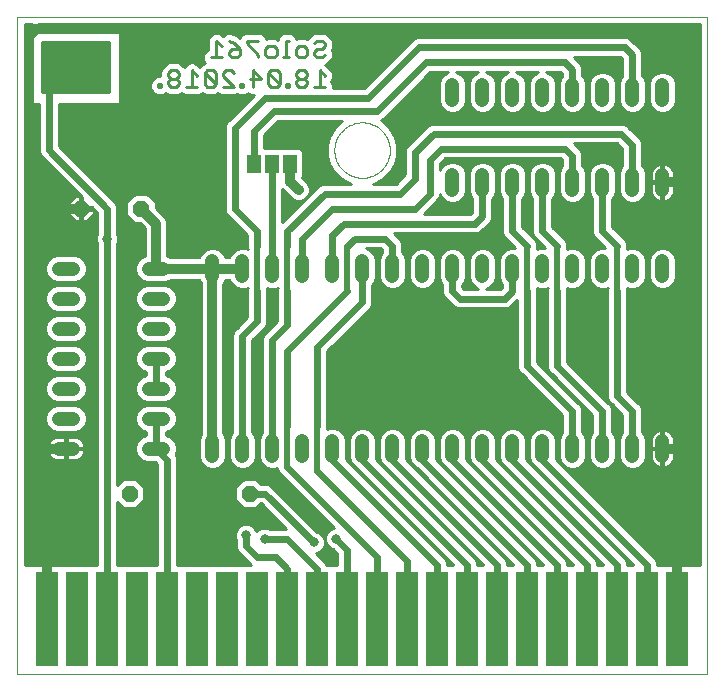
<source format=gbl>
G75*
%MOIN*%
%OFA0B0*%
%FSLAX24Y24*%
%IPPOS*%
%LPD*%
%AMOC8*
5,1,8,0,0,1.08239X$1,22.5*
%
%ADD10C,0.0000*%
%ADD11C,0.0100*%
%ADD12OC8,0.0560*%
%ADD13C,0.0480*%
%ADD14R,0.0460X0.0630*%
%ADD15R,0.0748X0.3150*%
%ADD16C,0.0320*%
%ADD17C,0.0317*%
%ADD18C,0.0240*%
%ADD19C,0.0200*%
D10*
X000100Y000100D02*
X000100Y021998D01*
X023100Y021998D01*
X023100Y000100D01*
X000100Y000100D01*
X010671Y017547D02*
X010673Y017607D01*
X010679Y017668D01*
X010689Y017727D01*
X010703Y017786D01*
X010720Y017844D01*
X010741Y017901D01*
X010766Y017956D01*
X010795Y018009D01*
X010827Y018061D01*
X010862Y018110D01*
X010901Y018157D01*
X010942Y018201D01*
X010986Y018242D01*
X011033Y018281D01*
X011082Y018316D01*
X011133Y018348D01*
X011187Y018377D01*
X011242Y018402D01*
X011299Y018423D01*
X011357Y018440D01*
X011416Y018454D01*
X011475Y018464D01*
X011536Y018470D01*
X011596Y018472D01*
X011656Y018470D01*
X011717Y018464D01*
X011776Y018454D01*
X011835Y018440D01*
X011893Y018423D01*
X011950Y018402D01*
X012005Y018377D01*
X012058Y018348D01*
X012110Y018316D01*
X012159Y018281D01*
X012206Y018242D01*
X012250Y018201D01*
X012291Y018157D01*
X012330Y018110D01*
X012365Y018061D01*
X012397Y018010D01*
X012426Y017956D01*
X012451Y017901D01*
X012472Y017844D01*
X012489Y017786D01*
X012503Y017727D01*
X012513Y017668D01*
X012519Y017607D01*
X012521Y017547D01*
X012519Y017487D01*
X012513Y017426D01*
X012503Y017367D01*
X012489Y017308D01*
X012472Y017250D01*
X012451Y017193D01*
X012426Y017138D01*
X012397Y017085D01*
X012365Y017033D01*
X012330Y016984D01*
X012291Y016937D01*
X012250Y016893D01*
X012206Y016852D01*
X012159Y016813D01*
X012110Y016778D01*
X012059Y016746D01*
X012005Y016717D01*
X011950Y016692D01*
X011893Y016671D01*
X011835Y016654D01*
X011776Y016640D01*
X011717Y016630D01*
X011656Y016624D01*
X011596Y016622D01*
X011536Y016624D01*
X011475Y016630D01*
X011416Y016640D01*
X011357Y016654D01*
X011299Y016671D01*
X011242Y016692D01*
X011187Y016717D01*
X011134Y016746D01*
X011082Y016778D01*
X011033Y016813D01*
X010986Y016852D01*
X010942Y016893D01*
X010901Y016937D01*
X010862Y016984D01*
X010827Y017033D01*
X010795Y017084D01*
X010766Y017138D01*
X010741Y017193D01*
X010720Y017250D01*
X010703Y017308D01*
X010689Y017367D01*
X010679Y017426D01*
X010673Y017487D01*
X010671Y017547D01*
D11*
X010421Y017535D02*
X009607Y017535D01*
X009640Y017502D02*
X009517Y017625D01*
X008330Y017625D01*
X008330Y018051D01*
X008799Y018520D01*
X010931Y018520D01*
X010874Y018487D01*
X010656Y018268D01*
X010501Y018000D01*
X010421Y017702D01*
X010421Y017392D01*
X010501Y017093D01*
X010656Y016825D01*
X010874Y016606D01*
X011142Y016452D01*
X011224Y016430D01*
X010284Y016430D01*
X010163Y016380D01*
X008930Y015147D01*
X008930Y016247D01*
X009265Y015911D01*
X009401Y015855D01*
X009549Y015855D01*
X009685Y015911D01*
X009789Y016015D01*
X009845Y016151D01*
X009845Y016299D01*
X009789Y016435D01*
X009583Y016641D01*
X009640Y016698D01*
X009640Y017502D01*
X009640Y017436D02*
X010421Y017436D01*
X010435Y017338D02*
X009640Y017338D01*
X009640Y017239D02*
X010462Y017239D01*
X010488Y017141D02*
X009640Y017141D01*
X009640Y017042D02*
X010531Y017042D01*
X010587Y016944D02*
X009640Y016944D01*
X009640Y016845D02*
X010644Y016845D01*
X010734Y016747D02*
X009640Y016747D01*
X009590Y016648D02*
X010833Y016648D01*
X010973Y016550D02*
X009674Y016550D01*
X009772Y016451D02*
X011145Y016451D01*
X011969Y016430D02*
X012050Y016452D01*
X012318Y016606D01*
X012536Y016825D01*
X012691Y017093D01*
X012771Y017392D01*
X012771Y017702D01*
X012691Y018000D01*
X012536Y018268D01*
X012318Y018487D01*
X012221Y018543D01*
X012287Y018570D01*
X012380Y018663D01*
X013862Y020145D01*
X014462Y020145D01*
X014345Y020096D01*
X014219Y019970D01*
X014150Y019805D01*
X014150Y019145D01*
X014219Y018980D01*
X014345Y018854D01*
X014510Y018785D01*
X014690Y018785D01*
X014855Y018854D01*
X014981Y018980D01*
X015050Y019145D01*
X015050Y019805D01*
X014981Y019970D01*
X014855Y020096D01*
X014738Y020145D01*
X015462Y020145D01*
X015345Y020096D01*
X015219Y019970D01*
X015150Y019805D01*
X015150Y019145D01*
X015219Y018980D01*
X015345Y018854D01*
X015510Y018785D01*
X015690Y018785D01*
X015855Y018854D01*
X015981Y018980D01*
X016050Y019145D01*
X016050Y019805D01*
X015981Y019970D01*
X015855Y020096D01*
X015738Y020145D01*
X016462Y020145D01*
X016345Y020096D01*
X016219Y019970D01*
X016150Y019805D01*
X016150Y019145D01*
X016219Y018980D01*
X016345Y018854D01*
X016510Y018785D01*
X016690Y018785D01*
X016855Y018854D01*
X016981Y018980D01*
X017050Y019145D01*
X017050Y019805D01*
X016981Y019970D01*
X016855Y020096D01*
X016738Y020145D01*
X017462Y020145D01*
X017345Y020096D01*
X017219Y019970D01*
X017150Y019805D01*
X017150Y019145D01*
X017219Y018980D01*
X017345Y018854D01*
X017510Y018785D01*
X017690Y018785D01*
X017855Y018854D01*
X017981Y018980D01*
X018050Y019145D01*
X018050Y019805D01*
X017981Y019970D01*
X017855Y020096D01*
X017738Y020145D01*
X018213Y020145D01*
X018270Y020088D01*
X018270Y020021D01*
X018219Y019970D01*
X018150Y019805D01*
X018150Y019145D01*
X018219Y018980D01*
X018345Y018854D01*
X018510Y018785D01*
X018690Y018785D01*
X018855Y018854D01*
X018981Y018980D01*
X019050Y019145D01*
X019050Y019805D01*
X018981Y019970D01*
X018930Y020021D01*
X018930Y020291D01*
X018880Y020412D01*
X018647Y020645D01*
X020213Y020645D01*
X020270Y020588D01*
X018704Y020588D01*
X018802Y020490D02*
X020270Y020490D01*
X020270Y020588D02*
X020270Y020021D01*
X020219Y019970D01*
X020150Y019805D01*
X020150Y019145D01*
X020219Y018980D01*
X020345Y018854D01*
X020510Y018785D01*
X020690Y018785D01*
X020855Y018854D01*
X020981Y018980D01*
X021050Y019145D01*
X021050Y019805D01*
X020981Y019970D01*
X020930Y020021D01*
X020930Y020791D01*
X020880Y020912D01*
X020630Y021162D01*
X020537Y021255D01*
X020416Y021305D01*
X013409Y021305D01*
X013288Y021255D01*
X011651Y019617D01*
X010622Y019617D01*
X010622Y019702D01*
X010583Y019797D01*
X010543Y019837D01*
X010583Y019876D01*
X010622Y019972D01*
X010622Y020075D01*
X010583Y020171D01*
X010358Y020396D01*
X010416Y020420D01*
X010583Y020586D01*
X010622Y020682D01*
X010622Y020785D01*
X012818Y020785D01*
X012720Y020687D02*
X010622Y020687D01*
X010622Y020785D02*
X010586Y020874D01*
X010622Y020962D01*
X010622Y021159D01*
X010583Y021254D01*
X010510Y021327D01*
X010416Y021421D01*
X010321Y021460D01*
X010031Y021460D01*
X009935Y021421D01*
X009862Y021348D01*
X009768Y021254D01*
X009767Y021251D01*
X009713Y021274D01*
X009423Y021274D01*
X009402Y021265D01*
X009367Y021348D01*
X009294Y021421D01*
X009199Y021460D01*
X009002Y021460D01*
X008906Y021421D01*
X008833Y021348D01*
X008794Y021252D01*
X008794Y021235D01*
X008700Y021274D01*
X008410Y021274D01*
X008389Y021265D01*
X008355Y021348D01*
X008281Y021421D01*
X008186Y021460D01*
X007709Y021460D01*
X007613Y021421D01*
X007540Y021348D01*
X007519Y021297D01*
X007502Y021316D01*
X007494Y021321D01*
X007487Y021327D01*
X007448Y021344D01*
X007223Y021456D01*
X007120Y021463D01*
X007022Y021431D01*
X006943Y021363D01*
X006941Y021359D01*
X006879Y021421D01*
X006786Y021459D01*
X006784Y021460D01*
X006680Y021460D01*
X006651Y021449D01*
X006585Y021421D01*
X006512Y021348D01*
X006473Y021255D01*
X006472Y021252D01*
X006472Y020891D01*
X006398Y020860D01*
X006325Y020787D01*
X006285Y020692D01*
X006285Y020588D01*
X003538Y020588D01*
X003538Y020490D02*
X006328Y020490D01*
X006325Y020493D02*
X006358Y020460D01*
X006289Y020431D01*
X006195Y020337D01*
X006179Y020321D01*
X006069Y020431D01*
X005976Y020469D01*
X005973Y020470D01*
X005870Y020470D01*
X005841Y020459D01*
X005774Y020431D01*
X005701Y020358D01*
X005680Y020306D01*
X005628Y020358D01*
X005555Y020431D01*
X005459Y020470D01*
X005169Y020470D01*
X005073Y020431D01*
X005000Y020358D01*
X005000Y020358D01*
X004980Y020337D01*
X004980Y020337D01*
X004907Y020264D01*
X004867Y020169D01*
X004867Y020003D01*
X004748Y020003D01*
X004652Y019964D01*
X004579Y019891D01*
X004540Y019795D01*
X004540Y019598D01*
X004579Y019503D01*
X004652Y019430D01*
X004748Y019390D01*
X004945Y019390D01*
X005040Y019430D01*
X005057Y019446D01*
X005073Y019430D01*
X005169Y019390D01*
X005459Y019390D01*
X005555Y019430D01*
X005571Y019446D01*
X005588Y019430D01*
X005683Y019390D01*
X006160Y019390D01*
X006256Y019430D01*
X006272Y019446D01*
X006289Y019430D01*
X006384Y019390D01*
X006674Y019390D01*
X006770Y019430D01*
X006787Y019446D01*
X006803Y019430D01*
X006899Y019390D01*
X007376Y019390D01*
X007429Y019412D01*
X007483Y019390D01*
X007679Y019390D01*
X007775Y019430D01*
X007792Y019446D01*
X007808Y019430D01*
X007904Y019390D01*
X007986Y019390D01*
X007163Y018567D01*
X007070Y018474D01*
X007020Y018353D01*
X007020Y015534D01*
X007070Y015413D01*
X007770Y014713D01*
X007770Y014284D01*
X007704Y014284D01*
X007690Y014290D02*
X007510Y014290D01*
X007345Y014221D01*
X007219Y014095D01*
X007167Y013970D01*
X007033Y013970D01*
X006981Y014095D01*
X006855Y014221D01*
X006690Y014290D01*
X006510Y014290D01*
X006345Y014221D01*
X006219Y014095D01*
X006167Y013970D01*
X005231Y013970D01*
X005220Y013981D01*
X005095Y014033D01*
X005095Y015174D01*
X005039Y015310D01*
X004715Y015633D01*
X004715Y015803D01*
X004428Y016090D01*
X004022Y016090D01*
X003735Y015803D01*
X003735Y015397D01*
X004022Y015110D01*
X004192Y015110D01*
X004355Y014947D01*
X004355Y014033D01*
X004230Y013981D01*
X004104Y013855D01*
X004035Y013690D01*
X004035Y013510D01*
X004104Y013345D01*
X004230Y013219D01*
X004395Y013150D01*
X005055Y013150D01*
X005220Y013219D01*
X005231Y013230D01*
X006167Y013230D01*
X006219Y013105D01*
X006230Y013094D01*
X006230Y008106D01*
X006219Y008095D01*
X006150Y007930D01*
X006150Y007270D01*
X006219Y007105D01*
X006345Y006979D01*
X006510Y006910D01*
X006690Y006910D01*
X006855Y006979D01*
X006981Y007105D01*
X007050Y007270D01*
X007050Y007930D01*
X006981Y008095D01*
X006970Y008106D01*
X006970Y013094D01*
X006981Y013105D01*
X007033Y013230D01*
X007167Y013230D01*
X007219Y013105D01*
X007345Y012979D01*
X007510Y012910D01*
X007690Y012910D01*
X007784Y012949D01*
X007770Y012916D01*
X007770Y011987D01*
X007413Y011630D01*
X007320Y011537D01*
X007270Y011416D01*
X007270Y008146D01*
X007219Y008095D01*
X007150Y007930D01*
X007150Y007270D01*
X007219Y007105D01*
X007345Y006979D01*
X007510Y006910D01*
X007690Y006910D01*
X007855Y006979D01*
X007981Y007105D01*
X008050Y007270D01*
X008050Y007930D01*
X007981Y008095D01*
X007930Y008146D01*
X007930Y011213D01*
X008380Y011663D01*
X008430Y011784D01*
X008430Y012916D01*
X008416Y012949D01*
X008510Y012910D01*
X008690Y012910D01*
X008784Y012949D01*
X008770Y012916D01*
X008770Y011862D01*
X008413Y011505D01*
X008320Y011412D01*
X008270Y011291D01*
X008270Y008146D01*
X008219Y008095D01*
X008150Y007930D01*
X008150Y007270D01*
X008219Y007105D01*
X008345Y006979D01*
X008510Y006910D01*
X008690Y006910D01*
X008770Y006943D01*
X008770Y006909D01*
X008820Y006788D01*
X010643Y004965D01*
X010516Y004912D01*
X010413Y004809D01*
X010357Y004673D01*
X010357Y004527D01*
X010413Y004391D01*
X010516Y004288D01*
X010609Y004249D01*
X010770Y004088D01*
X010770Y003725D01*
X010405Y003725D01*
X010380Y003787D01*
X010057Y004110D01*
X010184Y004163D01*
X010287Y004266D01*
X010343Y004402D01*
X010343Y004548D01*
X010287Y004684D01*
X010184Y004787D01*
X010091Y004826D01*
X008630Y006287D01*
X008537Y006380D01*
X008416Y006430D01*
X008213Y006430D01*
X008053Y006590D01*
X007647Y006590D01*
X007360Y006303D01*
X007360Y005897D01*
X007647Y005610D01*
X008053Y005610D01*
X008213Y005770D01*
X008213Y005770D01*
X009053Y004930D01*
X008516Y004930D01*
X008423Y004968D01*
X008277Y004968D01*
X008141Y004912D01*
X008074Y004845D01*
X008037Y004934D01*
X007934Y005037D01*
X007798Y005093D01*
X007652Y005093D01*
X007516Y005037D01*
X007413Y004934D01*
X007357Y004798D01*
X007357Y004652D01*
X007395Y004559D01*
X007395Y004284D01*
X007445Y004163D01*
X007538Y004070D01*
X007820Y003788D01*
X007883Y003725D01*
X005430Y003725D01*
X005430Y007291D01*
X005380Y007412D01*
X005376Y007416D01*
X005415Y007510D01*
X005415Y007690D01*
X005346Y007855D01*
X005220Y007981D01*
X005055Y008050D01*
X005055Y008150D01*
X005220Y008219D01*
X005346Y008345D01*
X005415Y008510D01*
X005415Y008690D01*
X005346Y008855D01*
X005220Y008981D01*
X005055Y009050D01*
X004395Y009050D01*
X004230Y008981D01*
X004104Y008855D01*
X004035Y008690D01*
X004035Y008510D01*
X004104Y008345D01*
X004230Y008219D01*
X004395Y008150D01*
X004395Y008050D01*
X004230Y007981D01*
X004104Y007855D01*
X004035Y007690D01*
X004035Y007510D01*
X004104Y007345D01*
X004230Y007219D01*
X004395Y007150D01*
X004708Y007150D01*
X004770Y007088D01*
X004770Y003725D01*
X003430Y003725D01*
X003430Y005827D01*
X003647Y005610D01*
X004053Y005610D01*
X004340Y005897D01*
X004340Y006303D01*
X004053Y006590D01*
X003647Y006590D01*
X003430Y006373D01*
X003430Y014434D01*
X003468Y014527D01*
X003468Y014673D01*
X003430Y014766D01*
X003430Y015666D01*
X003380Y015787D01*
X001492Y017674D01*
X001492Y019100D01*
X003538Y019100D01*
X003538Y021475D01*
X000788Y021475D01*
X000788Y021748D01*
X022850Y021748D01*
X022850Y003725D01*
X021430Y003725D01*
X021430Y003791D01*
X021380Y003912D01*
X021287Y004005D01*
X018042Y007250D01*
X018050Y007270D01*
X018050Y007930D01*
X017981Y008095D01*
X017855Y008221D01*
X017690Y008290D01*
X017510Y008290D01*
X017345Y008221D01*
X017219Y008095D01*
X017150Y007930D01*
X017150Y007270D01*
X017219Y007105D01*
X017345Y006979D01*
X017404Y006954D01*
X020633Y003725D01*
X020430Y003725D01*
X020430Y003791D01*
X020380Y003912D01*
X020287Y004005D01*
X017042Y007250D01*
X017050Y007270D01*
X017050Y007930D01*
X016981Y008095D01*
X016855Y008221D01*
X016690Y008290D01*
X016510Y008290D01*
X016345Y008221D01*
X016219Y008095D01*
X016150Y007930D01*
X016150Y007270D01*
X016219Y007105D01*
X016345Y006979D01*
X016404Y006954D01*
X019633Y003725D01*
X019430Y003725D01*
X019430Y003791D01*
X019380Y003912D01*
X019287Y004005D01*
X016042Y007250D01*
X016050Y007270D01*
X016050Y007930D01*
X015981Y008095D01*
X015855Y008221D01*
X015690Y008290D01*
X015510Y008290D01*
X015345Y008221D01*
X015219Y008095D01*
X015150Y007930D01*
X015150Y007270D01*
X015219Y007105D01*
X015345Y006979D01*
X015404Y006954D01*
X018633Y003725D01*
X018430Y003725D01*
X018430Y003791D01*
X018380Y003912D01*
X018287Y004005D01*
X015042Y007250D01*
X015050Y007270D01*
X015050Y007930D01*
X014981Y008095D01*
X014855Y008221D01*
X014690Y008290D01*
X014510Y008290D01*
X014345Y008221D01*
X014219Y008095D01*
X014150Y007930D01*
X014150Y007270D01*
X014219Y007105D01*
X014345Y006979D01*
X014404Y006954D01*
X017633Y003725D01*
X017430Y003725D01*
X017430Y003791D01*
X017380Y003912D01*
X017287Y004005D01*
X014042Y007250D01*
X014050Y007270D01*
X014050Y007930D01*
X013981Y008095D01*
X013855Y008221D01*
X013690Y008290D01*
X013510Y008290D01*
X013345Y008221D01*
X013219Y008095D01*
X013150Y007930D01*
X013150Y007270D01*
X013219Y007105D01*
X013345Y006979D01*
X013404Y006954D01*
X013413Y006945D01*
X016633Y003725D01*
X016430Y003725D01*
X016430Y003791D01*
X016380Y003912D01*
X016287Y004005D01*
X013042Y007250D01*
X013050Y007270D01*
X013050Y007930D01*
X012981Y008095D01*
X012855Y008221D01*
X012690Y008290D01*
X012510Y008290D01*
X012345Y008221D01*
X012219Y008095D01*
X012150Y007930D01*
X012150Y007270D01*
X012219Y007105D01*
X012345Y006979D01*
X012404Y006954D01*
X015633Y003725D01*
X015430Y003725D01*
X015430Y003791D01*
X015380Y003912D01*
X015287Y004005D01*
X012042Y007250D01*
X012050Y007270D01*
X012050Y007930D01*
X011981Y008095D01*
X011855Y008221D01*
X011690Y008290D01*
X011510Y008290D01*
X011345Y008221D01*
X011219Y008095D01*
X011150Y007930D01*
X011150Y007270D01*
X011219Y007105D01*
X011345Y006979D01*
X011404Y006954D01*
X014633Y003725D01*
X014430Y003725D01*
X014430Y003791D01*
X014380Y003912D01*
X014287Y004005D01*
X011042Y007250D01*
X011050Y007270D01*
X011050Y007930D01*
X010981Y008095D01*
X010855Y008221D01*
X010690Y008290D01*
X010510Y008290D01*
X010416Y008251D01*
X010430Y008284D01*
X010430Y010838D01*
X011880Y012288D01*
X011930Y012409D01*
X011930Y013054D01*
X011981Y013105D01*
X012050Y013270D01*
X012050Y013930D01*
X011981Y014095D01*
X011855Y014221D01*
X011738Y014270D01*
X012213Y014270D01*
X012270Y014213D01*
X012270Y014146D01*
X012219Y014095D01*
X012150Y013930D01*
X012150Y013270D01*
X012219Y013105D01*
X012345Y012979D01*
X012510Y012910D01*
X012690Y012910D01*
X012855Y012979D01*
X012981Y013105D01*
X013050Y013270D01*
X013050Y013930D01*
X012981Y014095D01*
X012930Y014146D01*
X012930Y014416D01*
X012880Y014537D01*
X012647Y014770D01*
X015416Y014770D01*
X015537Y014820D01*
X015630Y014913D01*
X015880Y015163D01*
X015930Y015284D01*
X015930Y015929D01*
X015981Y015980D01*
X016050Y016145D01*
X016050Y016805D01*
X015981Y016970D01*
X015855Y017096D01*
X015690Y017165D01*
X015510Y017165D01*
X015345Y017096D01*
X015219Y016970D01*
X015150Y016805D01*
X015150Y016145D01*
X015219Y015980D01*
X015270Y015929D01*
X015270Y015487D01*
X015213Y015430D01*
X013647Y015430D01*
X014130Y015913D01*
X014180Y016034D01*
X014180Y016073D01*
X014219Y015980D01*
X014345Y015854D01*
X014510Y015785D01*
X014690Y015785D01*
X014855Y015854D01*
X014981Y015980D01*
X015050Y016145D01*
X015050Y016805D01*
X014981Y016970D01*
X014855Y017096D01*
X014690Y017165D01*
X014510Y017165D01*
X014345Y017096D01*
X014219Y016970D01*
X014180Y016877D01*
X014180Y017088D01*
X014362Y017270D01*
X018213Y017270D01*
X018270Y017213D01*
X018270Y017021D01*
X018219Y016970D01*
X018150Y016805D01*
X018150Y016145D01*
X018219Y015980D01*
X018345Y015854D01*
X018510Y015785D01*
X018690Y015785D01*
X018855Y015854D01*
X018981Y015980D01*
X019050Y016145D01*
X019050Y016805D01*
X018981Y016970D01*
X018930Y017021D01*
X018930Y017416D01*
X018880Y017537D01*
X018647Y017770D01*
X020088Y017770D01*
X020270Y017588D01*
X020270Y017021D01*
X020219Y016970D01*
X020150Y016805D01*
X020150Y016145D01*
X020219Y015980D01*
X020345Y015854D01*
X020510Y015785D01*
X020690Y015785D01*
X020855Y015854D01*
X020981Y015980D01*
X021050Y016145D01*
X021050Y016805D01*
X020981Y016970D01*
X020930Y017021D01*
X020930Y017791D01*
X020880Y017912D01*
X020505Y018287D01*
X020412Y018380D01*
X020291Y018430D01*
X013909Y018430D01*
X013788Y018380D01*
X013163Y017755D01*
X013070Y017662D01*
X013020Y017541D01*
X013020Y016737D01*
X012713Y016430D01*
X011969Y016430D01*
X012047Y016451D02*
X012734Y016451D01*
X012833Y016550D02*
X012219Y016550D01*
X012359Y016648D02*
X012931Y016648D01*
X013020Y016747D02*
X012458Y016747D01*
X012548Y016845D02*
X013020Y016845D01*
X013020Y016944D02*
X012605Y016944D01*
X012662Y017042D02*
X013020Y017042D01*
X013020Y017141D02*
X012704Y017141D01*
X012730Y017239D02*
X013020Y017239D01*
X013020Y017338D02*
X012757Y017338D01*
X012771Y017436D02*
X013020Y017436D01*
X013020Y017535D02*
X012771Y017535D01*
X012771Y017633D02*
X013058Y017633D01*
X013140Y017732D02*
X012763Y017732D01*
X012737Y017830D02*
X013238Y017830D01*
X013337Y017929D02*
X012710Y017929D01*
X012676Y018027D02*
X013435Y018027D01*
X013534Y018126D02*
X012619Y018126D01*
X012562Y018224D02*
X013632Y018224D01*
X013731Y018323D02*
X012482Y018323D01*
X012384Y018421D02*
X013888Y018421D01*
X014285Y018914D02*
X012630Y018914D01*
X012729Y019012D02*
X014205Y019012D01*
X014164Y019111D02*
X012827Y019111D01*
X012926Y019209D02*
X014150Y019209D01*
X014150Y019308D02*
X013024Y019308D01*
X013123Y019406D02*
X014150Y019406D01*
X014150Y019505D02*
X013221Y019505D01*
X013320Y019603D02*
X014150Y019603D01*
X014150Y019702D02*
X013418Y019702D01*
X013517Y019800D02*
X014150Y019800D01*
X014189Y019899D02*
X013615Y019899D01*
X013714Y019997D02*
X014246Y019997D01*
X014344Y020096D02*
X013812Y020096D01*
X013015Y020982D02*
X010622Y020982D01*
X010622Y021081D02*
X013114Y021081D01*
X013212Y021179D02*
X010614Y021179D01*
X010560Y021278D02*
X013343Y021278D01*
X012917Y020884D02*
X010590Y020884D01*
X010363Y021014D02*
X010269Y020920D01*
X010082Y020920D01*
X009989Y020827D01*
X009989Y020733D01*
X010082Y020640D01*
X010269Y020640D01*
X010363Y020733D01*
X010584Y020588D02*
X012621Y020588D01*
X012523Y020490D02*
X010486Y020490D01*
X010363Y020391D02*
X012424Y020391D01*
X012326Y020293D02*
X010461Y020293D01*
X010560Y020194D02*
X012227Y020194D01*
X012129Y020096D02*
X010614Y020096D01*
X010622Y019997D02*
X012030Y019997D01*
X011932Y019899D02*
X010592Y019899D01*
X010580Y019800D02*
X011833Y019800D01*
X011735Y019702D02*
X010622Y019702D01*
X010363Y019650D02*
X009989Y019650D01*
X010176Y019650D02*
X010176Y020210D01*
X010363Y020024D01*
X009755Y020024D02*
X009755Y020117D01*
X009661Y020210D01*
X009475Y020210D01*
X009381Y020117D01*
X009381Y020024D01*
X009475Y019930D01*
X009661Y019930D01*
X009755Y020024D01*
X009661Y019930D02*
X009755Y019837D01*
X009755Y019743D01*
X009661Y019650D01*
X009475Y019650D01*
X009381Y019743D01*
X009381Y019837D01*
X009475Y019930D01*
X009147Y019743D02*
X009054Y019743D01*
X009054Y019650D01*
X009147Y019650D01*
X009147Y019743D01*
X008843Y019743D02*
X008470Y020117D01*
X008470Y019743D01*
X008563Y019650D01*
X008750Y019650D01*
X008843Y019743D01*
X008843Y020117D01*
X008750Y020210D01*
X008563Y020210D01*
X008470Y020117D01*
X008235Y019930D02*
X007862Y019930D01*
X007955Y019650D02*
X007955Y020210D01*
X008235Y019930D01*
X007628Y019743D02*
X007628Y019650D01*
X007534Y019650D01*
X007534Y019743D01*
X007628Y019743D01*
X007324Y019650D02*
X006950Y020024D01*
X006950Y020117D01*
X007044Y020210D01*
X007230Y020210D01*
X007324Y020117D01*
X007246Y020640D02*
X007153Y020733D01*
X007153Y020827D01*
X007246Y020920D01*
X007526Y020920D01*
X007526Y020733D01*
X007433Y020640D01*
X007246Y020640D01*
X007526Y020920D02*
X007340Y021107D01*
X007153Y021200D01*
X006958Y021376D02*
X006924Y021376D01*
X006732Y021200D02*
X006732Y020640D01*
X006919Y020640D02*
X006545Y020640D01*
X006454Y020884D02*
X003538Y020884D01*
X003538Y020982D02*
X006472Y020982D01*
X006472Y021081D02*
X003538Y021081D01*
X003538Y021179D02*
X006472Y021179D01*
X006482Y021278D02*
X003538Y021278D01*
X003538Y021376D02*
X006540Y021376D01*
X006732Y021200D02*
X006919Y021014D01*
X007383Y021376D02*
X007568Y021376D01*
X007761Y021200D02*
X007761Y021107D01*
X008134Y020733D01*
X008134Y020640D01*
X008368Y020733D02*
X008368Y020920D01*
X008462Y021014D01*
X008649Y021014D01*
X008742Y020920D01*
X008742Y020733D01*
X008649Y020640D01*
X008462Y020640D01*
X008368Y020733D01*
X008134Y021200D02*
X007761Y021200D01*
X008326Y021376D02*
X008862Y021376D01*
X008804Y021278D02*
X008384Y021278D01*
X009054Y021200D02*
X009054Y020640D01*
X009147Y020640D02*
X008960Y020640D01*
X009381Y020733D02*
X009381Y020920D01*
X009475Y021014D01*
X009661Y021014D01*
X009755Y020920D01*
X009755Y020733D01*
X009661Y020640D01*
X009475Y020640D01*
X009381Y020733D01*
X009147Y021200D02*
X009054Y021200D01*
X009339Y021376D02*
X009890Y021376D01*
X009792Y021278D02*
X009397Y021278D01*
X009989Y021107D02*
X010082Y021200D01*
X010269Y021200D01*
X010363Y021107D01*
X010363Y021014D01*
X010461Y021376D02*
X022850Y021376D01*
X022850Y021278D02*
X020482Y021278D01*
X020613Y021179D02*
X022850Y021179D01*
X022850Y021081D02*
X020711Y021081D01*
X020810Y020982D02*
X022850Y020982D01*
X022850Y020884D02*
X020892Y020884D01*
X020930Y020785D02*
X022850Y020785D01*
X022850Y020687D02*
X020930Y020687D01*
X020930Y020588D02*
X022850Y020588D01*
X022850Y020490D02*
X020930Y020490D01*
X020930Y020391D02*
X022850Y020391D01*
X022850Y020293D02*
X020930Y020293D01*
X020930Y020194D02*
X022850Y020194D01*
X022850Y020096D02*
X021856Y020096D01*
X021855Y020096D02*
X021690Y020165D01*
X021510Y020165D01*
X021345Y020096D01*
X021219Y019970D01*
X021150Y019805D01*
X021150Y019145D01*
X021219Y018980D01*
X021345Y018854D01*
X021510Y018785D01*
X021690Y018785D01*
X021855Y018854D01*
X021981Y018980D01*
X022050Y019145D01*
X022050Y019805D01*
X021981Y019970D01*
X021855Y020096D01*
X021954Y019997D02*
X022850Y019997D01*
X022850Y019899D02*
X022011Y019899D01*
X022050Y019800D02*
X022850Y019800D01*
X022850Y019702D02*
X022050Y019702D01*
X022050Y019603D02*
X022850Y019603D01*
X022850Y019505D02*
X022050Y019505D01*
X022050Y019406D02*
X022850Y019406D01*
X022850Y019308D02*
X022050Y019308D01*
X022050Y019209D02*
X022850Y019209D01*
X022850Y019111D02*
X022036Y019111D01*
X021995Y019012D02*
X022850Y019012D01*
X022850Y018914D02*
X021915Y018914D01*
X021762Y018815D02*
X022850Y018815D01*
X022850Y018717D02*
X012433Y018717D01*
X012532Y018815D02*
X014438Y018815D01*
X014762Y018815D02*
X015438Y018815D01*
X015285Y018914D02*
X014915Y018914D01*
X014995Y019012D02*
X015205Y019012D01*
X015164Y019111D02*
X015036Y019111D01*
X015050Y019209D02*
X015150Y019209D01*
X015150Y019308D02*
X015050Y019308D01*
X015050Y019406D02*
X015150Y019406D01*
X015150Y019505D02*
X015050Y019505D01*
X015050Y019603D02*
X015150Y019603D01*
X015150Y019702D02*
X015050Y019702D01*
X015050Y019800D02*
X015150Y019800D01*
X015189Y019899D02*
X015011Y019899D01*
X014954Y019997D02*
X015246Y019997D01*
X015344Y020096D02*
X014856Y020096D01*
X015856Y020096D02*
X016344Y020096D01*
X016246Y019997D02*
X015954Y019997D01*
X016011Y019899D02*
X016189Y019899D01*
X016150Y019800D02*
X016050Y019800D01*
X016050Y019702D02*
X016150Y019702D01*
X016150Y019603D02*
X016050Y019603D01*
X016050Y019505D02*
X016150Y019505D01*
X016150Y019406D02*
X016050Y019406D01*
X016050Y019308D02*
X016150Y019308D01*
X016150Y019209D02*
X016050Y019209D01*
X016036Y019111D02*
X016164Y019111D01*
X016205Y019012D02*
X015995Y019012D01*
X015915Y018914D02*
X016285Y018914D01*
X016438Y018815D02*
X015762Y018815D01*
X016762Y018815D02*
X017438Y018815D01*
X017285Y018914D02*
X016915Y018914D01*
X016995Y019012D02*
X017205Y019012D01*
X017164Y019111D02*
X017036Y019111D01*
X017050Y019209D02*
X017150Y019209D01*
X017150Y019308D02*
X017050Y019308D01*
X017050Y019406D02*
X017150Y019406D01*
X017150Y019505D02*
X017050Y019505D01*
X017050Y019603D02*
X017150Y019603D01*
X017150Y019702D02*
X017050Y019702D01*
X017050Y019800D02*
X017150Y019800D01*
X017189Y019899D02*
X017011Y019899D01*
X016954Y019997D02*
X017246Y019997D01*
X017344Y020096D02*
X016856Y020096D01*
X017856Y020096D02*
X018263Y020096D01*
X018246Y019997D02*
X017954Y019997D01*
X018011Y019899D02*
X018189Y019899D01*
X018150Y019800D02*
X018050Y019800D01*
X018050Y019702D02*
X018150Y019702D01*
X018150Y019603D02*
X018050Y019603D01*
X018050Y019505D02*
X018150Y019505D01*
X018150Y019406D02*
X018050Y019406D01*
X018050Y019308D02*
X018150Y019308D01*
X018150Y019209D02*
X018050Y019209D01*
X018036Y019111D02*
X018164Y019111D01*
X018205Y019012D02*
X017995Y019012D01*
X017915Y018914D02*
X018285Y018914D01*
X018438Y018815D02*
X017762Y018815D01*
X018762Y018815D02*
X019438Y018815D01*
X019510Y018785D02*
X019345Y018854D01*
X019219Y018980D01*
X019150Y019145D01*
X019150Y019805D01*
X019219Y019970D01*
X019345Y020096D01*
X019510Y020165D01*
X019690Y020165D01*
X019855Y020096D01*
X019981Y019970D01*
X020050Y019805D01*
X020050Y019145D01*
X019981Y018980D01*
X019855Y018854D01*
X019690Y018785D01*
X019510Y018785D01*
X019762Y018815D02*
X020438Y018815D01*
X020285Y018914D02*
X019915Y018914D01*
X019995Y019012D02*
X020205Y019012D01*
X020164Y019111D02*
X020036Y019111D01*
X020050Y019209D02*
X020150Y019209D01*
X020150Y019308D02*
X020050Y019308D01*
X020050Y019406D02*
X020150Y019406D01*
X020150Y019505D02*
X020050Y019505D01*
X020050Y019603D02*
X020150Y019603D01*
X020150Y019702D02*
X020050Y019702D01*
X020050Y019800D02*
X020150Y019800D01*
X020189Y019899D02*
X020011Y019899D01*
X019954Y019997D02*
X020246Y019997D01*
X020270Y020096D02*
X019856Y020096D01*
X020270Y020194D02*
X018930Y020194D01*
X018930Y020096D02*
X019344Y020096D01*
X019246Y019997D02*
X018954Y019997D01*
X019011Y019899D02*
X019189Y019899D01*
X019150Y019800D02*
X019050Y019800D01*
X019050Y019702D02*
X019150Y019702D01*
X019150Y019603D02*
X019050Y019603D01*
X019050Y019505D02*
X019150Y019505D01*
X019150Y019406D02*
X019050Y019406D01*
X019050Y019308D02*
X019150Y019308D01*
X019150Y019209D02*
X019050Y019209D01*
X019036Y019111D02*
X019164Y019111D01*
X019205Y019012D02*
X018995Y019012D01*
X018915Y018914D02*
X019285Y018914D01*
X020312Y018421D02*
X022850Y018421D01*
X022850Y018323D02*
X020469Y018323D01*
X020568Y018224D02*
X022850Y018224D01*
X022850Y018126D02*
X020666Y018126D01*
X020765Y018027D02*
X022850Y018027D01*
X022850Y017929D02*
X020863Y017929D01*
X020914Y017830D02*
X022850Y017830D01*
X022850Y017732D02*
X020930Y017732D01*
X020930Y017633D02*
X022850Y017633D01*
X022850Y017535D02*
X020930Y017535D01*
X020930Y017436D02*
X022850Y017436D01*
X022850Y017338D02*
X020930Y017338D01*
X020930Y017239D02*
X022850Y017239D01*
X022850Y017141D02*
X020930Y017141D01*
X020930Y017042D02*
X021387Y017042D01*
X021415Y017061D02*
X021351Y017018D01*
X021297Y016964D01*
X021254Y016900D01*
X021225Y016829D01*
X021210Y016753D01*
X021210Y016505D01*
X021570Y016505D01*
X021570Y017105D01*
X021562Y017105D01*
X021486Y017090D01*
X021415Y017061D01*
X021570Y017042D02*
X021630Y017042D01*
X021630Y017105D02*
X021630Y016505D01*
X021990Y016505D01*
X021990Y016753D01*
X021975Y016829D01*
X021946Y016900D01*
X021903Y016964D01*
X021849Y017018D01*
X021785Y017061D01*
X021714Y017090D01*
X021638Y017105D01*
X021630Y017105D01*
X021630Y016944D02*
X021570Y016944D01*
X021570Y016845D02*
X021630Y016845D01*
X021630Y016747D02*
X021570Y016747D01*
X021570Y016648D02*
X021630Y016648D01*
X021630Y016550D02*
X021570Y016550D01*
X021570Y016505D02*
X021630Y016505D01*
X021630Y016445D01*
X021990Y016445D01*
X021990Y016197D01*
X021975Y016121D01*
X021946Y016050D01*
X021903Y015986D01*
X021849Y015932D01*
X021785Y015889D01*
X021714Y015860D01*
X022850Y015860D01*
X022850Y015762D02*
X019930Y015762D01*
X019930Y015860D02*
X020339Y015860D01*
X020240Y015959D02*
X019960Y015959D01*
X019981Y015980D02*
X020050Y016145D01*
X020050Y016805D01*
X019981Y016970D01*
X019855Y017096D01*
X019690Y017165D01*
X019510Y017165D01*
X019345Y017096D01*
X019219Y016970D01*
X019150Y016805D01*
X019150Y016145D01*
X019219Y015980D01*
X019270Y015929D01*
X019270Y014784D01*
X019320Y014663D01*
X019696Y014287D01*
X019690Y014290D01*
X019510Y014290D01*
X019345Y014221D01*
X019219Y014095D01*
X019150Y013930D01*
X019150Y013270D01*
X019219Y013105D01*
X019345Y012979D01*
X019510Y012910D01*
X019690Y012910D01*
X019784Y012949D01*
X019770Y012916D01*
X019770Y009284D01*
X019820Y009163D01*
X019913Y009070D01*
X020270Y008713D01*
X020270Y008146D01*
X020219Y008095D01*
X020150Y007930D01*
X020150Y007270D01*
X020219Y007105D01*
X020345Y006979D01*
X020510Y006910D01*
X020690Y006910D01*
X020855Y006979D01*
X020981Y007105D01*
X021050Y007270D01*
X021050Y007930D01*
X020981Y008095D01*
X020930Y008146D01*
X020930Y008916D01*
X020880Y009037D01*
X020787Y009130D01*
X020430Y009487D01*
X020430Y012916D01*
X020416Y012949D01*
X020510Y012910D01*
X020690Y012910D01*
X020855Y012979D01*
X020981Y013105D01*
X021050Y013270D01*
X021050Y013930D01*
X020981Y014095D01*
X020855Y014221D01*
X020690Y014290D01*
X020510Y014290D01*
X020416Y014251D01*
X020430Y014284D01*
X020496Y014284D01*
X020430Y014284D02*
X020430Y014416D01*
X020380Y014537D01*
X019930Y014987D01*
X019930Y015929D01*
X019981Y015980D01*
X020013Y016057D02*
X020187Y016057D01*
X020150Y016156D02*
X020050Y016156D01*
X020050Y016254D02*
X020150Y016254D01*
X020150Y016353D02*
X020050Y016353D01*
X020050Y016451D02*
X020150Y016451D01*
X020150Y016550D02*
X020050Y016550D01*
X020050Y016648D02*
X020150Y016648D01*
X020150Y016747D02*
X020050Y016747D01*
X020033Y016845D02*
X020167Y016845D01*
X020208Y016944D02*
X019992Y016944D01*
X019909Y017042D02*
X020270Y017042D01*
X020270Y017141D02*
X019749Y017141D01*
X019451Y017141D02*
X018930Y017141D01*
X018930Y017239D02*
X020270Y017239D01*
X020270Y017338D02*
X018930Y017338D01*
X018922Y017436D02*
X020270Y017436D01*
X020270Y017535D02*
X018881Y017535D01*
X018784Y017633D02*
X020225Y017633D01*
X020127Y017732D02*
X018685Y017732D01*
X018244Y017239D02*
X014331Y017239D01*
X014232Y017141D02*
X014451Y017141D01*
X014291Y017042D02*
X014180Y017042D01*
X014180Y016944D02*
X014208Y016944D01*
X014749Y017141D02*
X015451Y017141D01*
X015291Y017042D02*
X014909Y017042D01*
X014992Y016944D02*
X015208Y016944D01*
X015167Y016845D02*
X015033Y016845D01*
X015050Y016747D02*
X015150Y016747D01*
X015150Y016648D02*
X015050Y016648D01*
X015050Y016550D02*
X015150Y016550D01*
X015150Y016451D02*
X015050Y016451D01*
X015050Y016353D02*
X015150Y016353D01*
X015150Y016254D02*
X015050Y016254D01*
X015050Y016156D02*
X015150Y016156D01*
X015187Y016057D02*
X015013Y016057D01*
X014960Y015959D02*
X015240Y015959D01*
X015270Y015860D02*
X014861Y015860D01*
X015270Y015762D02*
X013978Y015762D01*
X014077Y015860D02*
X014339Y015860D01*
X014240Y015959D02*
X014149Y015959D01*
X014180Y016057D02*
X014187Y016057D01*
X013880Y015663D02*
X015270Y015663D01*
X015270Y015565D02*
X013781Y015565D01*
X013683Y015466D02*
X015249Y015466D01*
X015690Y014974D02*
X016270Y014974D01*
X016270Y015072D02*
X015789Y015072D01*
X015883Y015171D02*
X016270Y015171D01*
X016270Y015269D02*
X015924Y015269D01*
X015930Y015368D02*
X016270Y015368D01*
X016270Y015466D02*
X015930Y015466D01*
X015930Y015565D02*
X016270Y015565D01*
X016270Y015663D02*
X015930Y015663D01*
X015930Y015762D02*
X016270Y015762D01*
X016270Y015860D02*
X015930Y015860D01*
X015960Y015959D02*
X016240Y015959D01*
X016219Y015980D02*
X016270Y015929D01*
X016270Y014784D01*
X016320Y014663D01*
X016696Y014287D01*
X016690Y014290D01*
X016510Y014290D01*
X016345Y014221D01*
X016219Y014095D01*
X016150Y013930D01*
X016150Y013270D01*
X016219Y013105D01*
X016270Y013054D01*
X016270Y012987D01*
X016213Y012930D01*
X015738Y012930D01*
X015855Y012979D01*
X015981Y013105D01*
X016050Y013270D01*
X016050Y013930D01*
X015981Y014095D01*
X015855Y014221D01*
X015690Y014290D01*
X015510Y014290D01*
X015345Y014221D01*
X015219Y014095D01*
X015150Y013930D01*
X015150Y013270D01*
X015219Y013105D01*
X015345Y012979D01*
X015462Y012930D01*
X014987Y012930D01*
X014930Y012987D01*
X014930Y013054D01*
X014981Y013105D01*
X015050Y013270D01*
X015050Y013930D01*
X014981Y014095D01*
X014855Y014221D01*
X014690Y014290D01*
X014510Y014290D01*
X014345Y014221D01*
X014219Y014095D01*
X014150Y013930D01*
X014150Y013270D01*
X014219Y013105D01*
X014270Y013054D01*
X014270Y012784D01*
X014320Y012663D01*
X014663Y012320D01*
X014784Y012270D01*
X016416Y012270D01*
X016537Y012320D01*
X016630Y012413D01*
X016770Y012553D01*
X016770Y010284D01*
X016820Y010163D01*
X016913Y010070D01*
X018270Y008713D01*
X018270Y008146D01*
X018219Y008095D01*
X018150Y007930D01*
X018150Y007270D01*
X018219Y007105D01*
X018345Y006979D01*
X018510Y006910D01*
X018690Y006910D01*
X018855Y006979D01*
X018981Y007105D01*
X019050Y007270D01*
X019050Y007930D01*
X018981Y008095D01*
X018930Y008146D01*
X018930Y008916D01*
X018880Y009037D01*
X018787Y009130D01*
X017430Y010487D01*
X017430Y012916D01*
X017416Y012949D01*
X017510Y012910D01*
X017690Y012910D01*
X017784Y012949D01*
X017770Y012916D01*
X017770Y010284D01*
X017820Y010163D01*
X017913Y010070D01*
X019270Y008713D01*
X019270Y008146D01*
X019219Y008095D01*
X019150Y007930D01*
X019150Y007270D01*
X019219Y007105D01*
X019345Y006979D01*
X019510Y006910D01*
X019690Y006910D01*
X019855Y006979D01*
X019981Y007105D01*
X020050Y007270D01*
X020050Y007930D01*
X019981Y008095D01*
X019930Y008146D01*
X019930Y008916D01*
X019880Y009037D01*
X019787Y009130D01*
X018430Y010487D01*
X018430Y012916D01*
X018416Y012949D01*
X018510Y012910D01*
X018690Y012910D01*
X018855Y012979D01*
X018981Y013105D01*
X019050Y013270D01*
X019050Y013930D01*
X018981Y014095D01*
X018855Y014221D01*
X018690Y014290D01*
X018510Y014290D01*
X018416Y014251D01*
X018430Y014284D01*
X018496Y014284D01*
X018430Y014284D02*
X018430Y014416D01*
X018380Y014537D01*
X017930Y014987D01*
X017930Y015929D01*
X017981Y015980D01*
X018050Y016145D01*
X018050Y016805D01*
X017981Y016970D01*
X017855Y017096D01*
X017690Y017165D01*
X017510Y017165D01*
X017345Y017096D01*
X017219Y016970D01*
X017150Y016805D01*
X017150Y016145D01*
X017219Y015980D01*
X017270Y015929D01*
X017270Y014784D01*
X017320Y014663D01*
X017696Y014287D01*
X017690Y014290D01*
X017510Y014290D01*
X017416Y014251D01*
X017430Y014284D01*
X017496Y014284D01*
X017430Y014284D02*
X017430Y014416D01*
X017380Y014537D01*
X016930Y014987D01*
X016930Y015929D01*
X016981Y015980D01*
X017050Y016145D01*
X017050Y016805D01*
X016981Y016970D01*
X016855Y017096D01*
X016690Y017165D01*
X016510Y017165D01*
X016345Y017096D01*
X016219Y016970D01*
X016150Y016805D01*
X016150Y016145D01*
X016219Y015980D01*
X016187Y016057D02*
X016013Y016057D01*
X016050Y016156D02*
X016150Y016156D01*
X016150Y016254D02*
X016050Y016254D01*
X016050Y016353D02*
X016150Y016353D01*
X016150Y016451D02*
X016050Y016451D01*
X016050Y016550D02*
X016150Y016550D01*
X016150Y016648D02*
X016050Y016648D01*
X016050Y016747D02*
X016150Y016747D01*
X016167Y016845D02*
X016033Y016845D01*
X015992Y016944D02*
X016208Y016944D01*
X016291Y017042D02*
X015909Y017042D01*
X015749Y017141D02*
X016451Y017141D01*
X016749Y017141D02*
X017451Y017141D01*
X017291Y017042D02*
X016909Y017042D01*
X016992Y016944D02*
X017208Y016944D01*
X017167Y016845D02*
X017033Y016845D01*
X017050Y016747D02*
X017150Y016747D01*
X017150Y016648D02*
X017050Y016648D01*
X017050Y016550D02*
X017150Y016550D01*
X017150Y016451D02*
X017050Y016451D01*
X017050Y016353D02*
X017150Y016353D01*
X017150Y016254D02*
X017050Y016254D01*
X017050Y016156D02*
X017150Y016156D01*
X017187Y016057D02*
X017013Y016057D01*
X016960Y015959D02*
X017240Y015959D01*
X017270Y015860D02*
X016930Y015860D01*
X016930Y015762D02*
X017270Y015762D01*
X017270Y015663D02*
X016930Y015663D01*
X016930Y015565D02*
X017270Y015565D01*
X017270Y015466D02*
X016930Y015466D01*
X016930Y015368D02*
X017270Y015368D01*
X017270Y015269D02*
X016930Y015269D01*
X016930Y015171D02*
X017270Y015171D01*
X017270Y015072D02*
X016930Y015072D01*
X016943Y014974D02*
X017270Y014974D01*
X017270Y014875D02*
X017042Y014875D01*
X017140Y014777D02*
X017273Y014777D01*
X017239Y014678D02*
X017314Y014678D01*
X017337Y014580D02*
X017404Y014580D01*
X017403Y014481D02*
X017502Y014481D01*
X017430Y014383D02*
X017601Y014383D01*
X018042Y014875D02*
X019270Y014875D01*
X019273Y014777D02*
X018140Y014777D01*
X018239Y014678D02*
X019314Y014678D01*
X019404Y014580D02*
X018337Y014580D01*
X018403Y014481D02*
X019502Y014481D01*
X019601Y014383D02*
X018430Y014383D01*
X018704Y014284D02*
X019496Y014284D01*
X019309Y014186D02*
X018891Y014186D01*
X018985Y014087D02*
X019215Y014087D01*
X019174Y013989D02*
X019026Y013989D01*
X019050Y013890D02*
X019150Y013890D01*
X019150Y013792D02*
X019050Y013792D01*
X019050Y013693D02*
X019150Y013693D01*
X019150Y013595D02*
X019050Y013595D01*
X019050Y013496D02*
X019150Y013496D01*
X019150Y013398D02*
X019050Y013398D01*
X019050Y013299D02*
X019150Y013299D01*
X019179Y013201D02*
X019021Y013201D01*
X018978Y013102D02*
X019222Y013102D01*
X019320Y013004D02*
X018880Y013004D01*
X018430Y012905D02*
X019770Y012905D01*
X019770Y012807D02*
X018430Y012807D01*
X018430Y012708D02*
X019770Y012708D01*
X019770Y012610D02*
X018430Y012610D01*
X018430Y012511D02*
X019770Y012511D01*
X019770Y012413D02*
X018430Y012413D01*
X018430Y012314D02*
X019770Y012314D01*
X019770Y012216D02*
X018430Y012216D01*
X018430Y012117D02*
X019770Y012117D01*
X019770Y012019D02*
X018430Y012019D01*
X018430Y011920D02*
X019770Y011920D01*
X019770Y011822D02*
X018430Y011822D01*
X018430Y011723D02*
X019770Y011723D01*
X019770Y011625D02*
X018430Y011625D01*
X018430Y011526D02*
X019770Y011526D01*
X019770Y011428D02*
X018430Y011428D01*
X018430Y011329D02*
X019770Y011329D01*
X019770Y011231D02*
X018430Y011231D01*
X018430Y011132D02*
X019770Y011132D01*
X019770Y011034D02*
X018430Y011034D01*
X018430Y010935D02*
X019770Y010935D01*
X019770Y010837D02*
X018430Y010837D01*
X018430Y010738D02*
X019770Y010738D01*
X019770Y010640D02*
X018430Y010640D01*
X018430Y010541D02*
X019770Y010541D01*
X019770Y010443D02*
X018474Y010443D01*
X018573Y010344D02*
X019770Y010344D01*
X019770Y010246D02*
X018671Y010246D01*
X018770Y010147D02*
X019770Y010147D01*
X019770Y010049D02*
X018868Y010049D01*
X018967Y009950D02*
X019770Y009950D01*
X019770Y009852D02*
X019065Y009852D01*
X019164Y009753D02*
X019770Y009753D01*
X019770Y009655D02*
X019262Y009655D01*
X019361Y009556D02*
X019770Y009556D01*
X019770Y009458D02*
X019459Y009458D01*
X019558Y009359D02*
X019770Y009359D01*
X019780Y009261D02*
X019656Y009261D01*
X019755Y009162D02*
X019821Y009162D01*
X019853Y009064D02*
X019920Y009064D01*
X019910Y008965D02*
X020018Y008965D01*
X019930Y008867D02*
X020117Y008867D01*
X020215Y008768D02*
X019930Y008768D01*
X019930Y008670D02*
X020270Y008670D01*
X020270Y008571D02*
X019930Y008571D01*
X019930Y008473D02*
X020270Y008473D01*
X020270Y008374D02*
X019930Y008374D01*
X019930Y008276D02*
X020270Y008276D01*
X020270Y008177D02*
X019930Y008177D01*
X019988Y008079D02*
X020212Y008079D01*
X020171Y007980D02*
X020029Y007980D01*
X020050Y007882D02*
X020150Y007882D01*
X020150Y007783D02*
X020050Y007783D01*
X020050Y007685D02*
X020150Y007685D01*
X020150Y007586D02*
X020050Y007586D01*
X020050Y007488D02*
X020150Y007488D01*
X020150Y007389D02*
X020050Y007389D01*
X020050Y007291D02*
X020150Y007291D01*
X020183Y007192D02*
X020017Y007192D01*
X019970Y007094D02*
X020230Y007094D01*
X020329Y006995D02*
X019871Y006995D01*
X019329Y006995D02*
X018871Y006995D01*
X018970Y007094D02*
X019230Y007094D01*
X019183Y007192D02*
X019017Y007192D01*
X019050Y007291D02*
X019150Y007291D01*
X019150Y007389D02*
X019050Y007389D01*
X019050Y007488D02*
X019150Y007488D01*
X019150Y007586D02*
X019050Y007586D01*
X019050Y007685D02*
X019150Y007685D01*
X019150Y007783D02*
X019050Y007783D01*
X019050Y007882D02*
X019150Y007882D01*
X019171Y007980D02*
X019029Y007980D01*
X018988Y008079D02*
X019212Y008079D01*
X019270Y008177D02*
X018930Y008177D01*
X018930Y008276D02*
X019270Y008276D01*
X019270Y008374D02*
X018930Y008374D01*
X018930Y008473D02*
X019270Y008473D01*
X019270Y008571D02*
X018930Y008571D01*
X018930Y008670D02*
X019270Y008670D01*
X019215Y008768D02*
X018930Y008768D01*
X018930Y008867D02*
X019117Y008867D01*
X019018Y008965D02*
X018910Y008965D01*
X018920Y009064D02*
X018853Y009064D01*
X018821Y009162D02*
X018755Y009162D01*
X018723Y009261D02*
X018656Y009261D01*
X018624Y009359D02*
X018558Y009359D01*
X018526Y009458D02*
X018459Y009458D01*
X018427Y009556D02*
X018361Y009556D01*
X018329Y009655D02*
X018262Y009655D01*
X018230Y009753D02*
X018164Y009753D01*
X018132Y009852D02*
X018065Y009852D01*
X018033Y009950D02*
X017967Y009950D01*
X017935Y010049D02*
X017868Y010049D01*
X017836Y010147D02*
X017770Y010147D01*
X017786Y010246D02*
X017671Y010246D01*
X017573Y010344D02*
X017770Y010344D01*
X017770Y010443D02*
X017474Y010443D01*
X017430Y010541D02*
X017770Y010541D01*
X017770Y010640D02*
X017430Y010640D01*
X017430Y010738D02*
X017770Y010738D01*
X017770Y010837D02*
X017430Y010837D01*
X017430Y010935D02*
X017770Y010935D01*
X017770Y011034D02*
X017430Y011034D01*
X017430Y011132D02*
X017770Y011132D01*
X017770Y011231D02*
X017430Y011231D01*
X017430Y011329D02*
X017770Y011329D01*
X017770Y011428D02*
X017430Y011428D01*
X017430Y011526D02*
X017770Y011526D01*
X017770Y011625D02*
X017430Y011625D01*
X017430Y011723D02*
X017770Y011723D01*
X017770Y011822D02*
X017430Y011822D01*
X017430Y011920D02*
X017770Y011920D01*
X017770Y012019D02*
X017430Y012019D01*
X017430Y012117D02*
X017770Y012117D01*
X017770Y012216D02*
X017430Y012216D01*
X017430Y012314D02*
X017770Y012314D01*
X017770Y012413D02*
X017430Y012413D01*
X017430Y012511D02*
X017770Y012511D01*
X017770Y012610D02*
X017430Y012610D01*
X017430Y012708D02*
X017770Y012708D01*
X017770Y012807D02*
X017430Y012807D01*
X017430Y012905D02*
X017770Y012905D01*
X016770Y012511D02*
X016728Y012511D01*
X016770Y012413D02*
X016629Y012413D01*
X016522Y012314D02*
X016770Y012314D01*
X016770Y012216D02*
X011807Y012216D01*
X011891Y012314D02*
X014678Y012314D01*
X014571Y012413D02*
X011930Y012413D01*
X011930Y012511D02*
X014472Y012511D01*
X014374Y012610D02*
X011930Y012610D01*
X011930Y012708D02*
X014302Y012708D01*
X014270Y012807D02*
X011930Y012807D01*
X011930Y012905D02*
X014270Y012905D01*
X014270Y013004D02*
X013880Y013004D01*
X013855Y012979D02*
X013981Y013105D01*
X014050Y013270D01*
X014050Y013930D01*
X013981Y014095D01*
X013855Y014221D01*
X013690Y014290D01*
X013510Y014290D01*
X013345Y014221D01*
X013219Y014095D01*
X013150Y013930D01*
X013150Y013270D01*
X013219Y013105D01*
X013345Y012979D01*
X013510Y012910D01*
X013690Y012910D01*
X013855Y012979D01*
X013978Y013102D02*
X014222Y013102D01*
X014179Y013201D02*
X014021Y013201D01*
X014050Y013299D02*
X014150Y013299D01*
X014150Y013398D02*
X014050Y013398D01*
X014050Y013496D02*
X014150Y013496D01*
X014150Y013595D02*
X014050Y013595D01*
X014050Y013693D02*
X014150Y013693D01*
X014150Y013792D02*
X014050Y013792D01*
X014050Y013890D02*
X014150Y013890D01*
X014174Y013989D02*
X014026Y013989D01*
X013985Y014087D02*
X014215Y014087D01*
X014309Y014186D02*
X013891Y014186D01*
X013704Y014284D02*
X014496Y014284D01*
X014704Y014284D02*
X015496Y014284D01*
X015704Y014284D02*
X016496Y014284D01*
X016601Y014383D02*
X012930Y014383D01*
X012930Y014284D02*
X013496Y014284D01*
X013309Y014186D02*
X012930Y014186D01*
X012985Y014087D02*
X013215Y014087D01*
X013174Y013989D02*
X013026Y013989D01*
X013050Y013890D02*
X013150Y013890D01*
X013150Y013792D02*
X013050Y013792D01*
X013050Y013693D02*
X013150Y013693D01*
X013150Y013595D02*
X013050Y013595D01*
X013050Y013496D02*
X013150Y013496D01*
X013150Y013398D02*
X013050Y013398D01*
X013050Y013299D02*
X013150Y013299D01*
X013179Y013201D02*
X013021Y013201D01*
X012978Y013102D02*
X013222Y013102D01*
X013320Y013004D02*
X012880Y013004D01*
X012320Y013004D02*
X011930Y013004D01*
X011978Y013102D02*
X012222Y013102D01*
X012179Y013201D02*
X012021Y013201D01*
X012050Y013299D02*
X012150Y013299D01*
X012150Y013398D02*
X012050Y013398D01*
X012050Y013496D02*
X012150Y013496D01*
X012150Y013595D02*
X012050Y013595D01*
X012050Y013693D02*
X012150Y013693D01*
X012150Y013792D02*
X012050Y013792D01*
X012050Y013890D02*
X012150Y013890D01*
X012174Y013989D02*
X012026Y013989D01*
X011985Y014087D02*
X012215Y014087D01*
X012270Y014186D02*
X011891Y014186D01*
X012739Y014678D02*
X016314Y014678D01*
X016273Y014777D02*
X015431Y014777D01*
X015592Y014875D02*
X016270Y014875D01*
X016404Y014580D02*
X012837Y014580D01*
X012903Y014481D02*
X016502Y014481D01*
X016309Y014186D02*
X015891Y014186D01*
X015985Y014087D02*
X016215Y014087D01*
X016174Y013989D02*
X016026Y013989D01*
X016050Y013890D02*
X016150Y013890D01*
X016150Y013792D02*
X016050Y013792D01*
X016050Y013693D02*
X016150Y013693D01*
X016150Y013595D02*
X016050Y013595D01*
X016050Y013496D02*
X016150Y013496D01*
X016150Y013398D02*
X016050Y013398D01*
X016050Y013299D02*
X016150Y013299D01*
X016179Y013201D02*
X016021Y013201D01*
X015978Y013102D02*
X016222Y013102D01*
X016270Y013004D02*
X015880Y013004D01*
X015320Y013004D02*
X014930Y013004D01*
X014978Y013102D02*
X015222Y013102D01*
X015179Y013201D02*
X015021Y013201D01*
X015050Y013299D02*
X015150Y013299D01*
X015150Y013398D02*
X015050Y013398D01*
X015050Y013496D02*
X015150Y013496D01*
X015150Y013595D02*
X015050Y013595D01*
X015050Y013693D02*
X015150Y013693D01*
X015150Y013792D02*
X015050Y013792D01*
X015050Y013890D02*
X015150Y013890D01*
X015174Y013989D02*
X015026Y013989D01*
X014985Y014087D02*
X015215Y014087D01*
X015309Y014186D02*
X014891Y014186D01*
X016770Y012117D02*
X011709Y012117D01*
X011610Y012019D02*
X016770Y012019D01*
X016770Y011920D02*
X011512Y011920D01*
X011413Y011822D02*
X016770Y011822D01*
X016770Y011723D02*
X011315Y011723D01*
X011216Y011625D02*
X016770Y011625D01*
X016770Y011526D02*
X011118Y011526D01*
X011019Y011428D02*
X016770Y011428D01*
X016770Y011329D02*
X010921Y011329D01*
X010822Y011231D02*
X016770Y011231D01*
X016770Y011132D02*
X010724Y011132D01*
X010625Y011034D02*
X016770Y011034D01*
X016770Y010935D02*
X010527Y010935D01*
X010430Y010837D02*
X016770Y010837D01*
X016770Y010738D02*
X010430Y010738D01*
X010430Y010640D02*
X016770Y010640D01*
X016770Y010541D02*
X010430Y010541D01*
X010430Y010443D02*
X016770Y010443D01*
X016770Y010344D02*
X010430Y010344D01*
X010430Y010246D02*
X016786Y010246D01*
X016836Y010147D02*
X010430Y010147D01*
X010430Y010049D02*
X016935Y010049D01*
X017033Y009950D02*
X010430Y009950D01*
X010430Y009852D02*
X017132Y009852D01*
X017230Y009753D02*
X010430Y009753D01*
X010430Y009655D02*
X017329Y009655D01*
X017427Y009556D02*
X010430Y009556D01*
X010430Y009458D02*
X017526Y009458D01*
X017624Y009359D02*
X010430Y009359D01*
X010430Y009261D02*
X017723Y009261D01*
X017821Y009162D02*
X010430Y009162D01*
X010430Y009064D02*
X017920Y009064D01*
X018018Y008965D02*
X010430Y008965D01*
X010430Y008867D02*
X018117Y008867D01*
X018215Y008768D02*
X010430Y008768D01*
X010430Y008670D02*
X018270Y008670D01*
X018270Y008571D02*
X010430Y008571D01*
X010430Y008473D02*
X018270Y008473D01*
X018270Y008374D02*
X010430Y008374D01*
X010426Y008276D02*
X010476Y008276D01*
X010724Y008276D02*
X011476Y008276D01*
X011301Y008177D02*
X010899Y008177D01*
X010988Y008079D02*
X011212Y008079D01*
X011171Y007980D02*
X011029Y007980D01*
X011050Y007882D02*
X011150Y007882D01*
X011150Y007783D02*
X011050Y007783D01*
X011050Y007685D02*
X011150Y007685D01*
X011150Y007586D02*
X011050Y007586D01*
X011050Y007488D02*
X011150Y007488D01*
X011150Y007389D02*
X011050Y007389D01*
X011050Y007291D02*
X011150Y007291D01*
X011183Y007192D02*
X011100Y007192D01*
X011198Y007094D02*
X011230Y007094D01*
X011297Y006995D02*
X011329Y006995D01*
X011395Y006897D02*
X011462Y006897D01*
X011494Y006798D02*
X011560Y006798D01*
X011592Y006700D02*
X011659Y006700D01*
X011691Y006601D02*
X011757Y006601D01*
X011789Y006503D02*
X011856Y006503D01*
X011888Y006404D02*
X011954Y006404D01*
X011986Y006306D02*
X012053Y006306D01*
X012085Y006207D02*
X012151Y006207D01*
X012183Y006109D02*
X012250Y006109D01*
X012282Y006010D02*
X012348Y006010D01*
X012380Y005912D02*
X012447Y005912D01*
X012479Y005813D02*
X012545Y005813D01*
X012577Y005715D02*
X012644Y005715D01*
X012676Y005616D02*
X012742Y005616D01*
X012774Y005518D02*
X012841Y005518D01*
X012873Y005419D02*
X012939Y005419D01*
X012971Y005321D02*
X013038Y005321D01*
X013070Y005222D02*
X013136Y005222D01*
X013168Y005124D02*
X013235Y005124D01*
X013267Y005025D02*
X013333Y005025D01*
X013365Y004927D02*
X013432Y004927D01*
X013464Y004828D02*
X013530Y004828D01*
X013562Y004730D02*
X013629Y004730D01*
X013661Y004631D02*
X013727Y004631D01*
X013759Y004533D02*
X013826Y004533D01*
X013858Y004434D02*
X013924Y004434D01*
X013956Y004336D02*
X014023Y004336D01*
X014055Y004237D02*
X014121Y004237D01*
X014153Y004139D02*
X014220Y004139D01*
X014252Y004040D02*
X014318Y004040D01*
X014350Y003942D02*
X014417Y003942D01*
X014408Y003843D02*
X014515Y003843D01*
X014430Y003745D02*
X014614Y003745D01*
X015055Y004237D02*
X015121Y004237D01*
X015153Y004139D02*
X015220Y004139D01*
X015252Y004040D02*
X015318Y004040D01*
X015350Y003942D02*
X015417Y003942D01*
X015408Y003843D02*
X015515Y003843D01*
X015430Y003745D02*
X015614Y003745D01*
X016153Y004139D02*
X016220Y004139D01*
X016252Y004040D02*
X016318Y004040D01*
X016350Y003942D02*
X016417Y003942D01*
X016408Y003843D02*
X016515Y003843D01*
X016430Y003745D02*
X016614Y003745D01*
X017153Y004139D02*
X017220Y004139D01*
X017252Y004040D02*
X017318Y004040D01*
X017287Y004005D02*
X017287Y004005D01*
X017350Y003942D02*
X017417Y003942D01*
X017408Y003843D02*
X017515Y003843D01*
X017430Y003745D02*
X017614Y003745D01*
X018055Y004237D02*
X018121Y004237D01*
X018153Y004139D02*
X018220Y004139D01*
X018252Y004040D02*
X018318Y004040D01*
X018350Y003942D02*
X018417Y003942D01*
X018408Y003843D02*
X018515Y003843D01*
X018430Y003745D02*
X018614Y003745D01*
X019153Y004139D02*
X019220Y004139D01*
X019252Y004040D02*
X019318Y004040D01*
X019350Y003942D02*
X019417Y003942D01*
X019408Y003843D02*
X019515Y003843D01*
X019430Y003745D02*
X019614Y003745D01*
X020153Y004139D02*
X020220Y004139D01*
X020252Y004040D02*
X020318Y004040D01*
X020350Y003942D02*
X020417Y003942D01*
X020408Y003843D02*
X020515Y003843D01*
X020430Y003745D02*
X020614Y003745D01*
X021055Y004237D02*
X022850Y004237D01*
X022850Y004139D02*
X021153Y004139D01*
X021252Y004040D02*
X022850Y004040D01*
X022850Y003942D02*
X021350Y003942D01*
X021408Y003843D02*
X022850Y003843D01*
X022850Y003745D02*
X021430Y003745D01*
X020956Y004336D02*
X022850Y004336D01*
X022850Y004434D02*
X020858Y004434D01*
X020759Y004533D02*
X022850Y004533D01*
X022850Y004631D02*
X020661Y004631D01*
X020562Y004730D02*
X022850Y004730D01*
X022850Y004828D02*
X020464Y004828D01*
X020365Y004927D02*
X022850Y004927D01*
X022850Y005025D02*
X020267Y005025D01*
X020168Y005124D02*
X022850Y005124D01*
X022850Y005222D02*
X020070Y005222D01*
X019971Y005321D02*
X022850Y005321D01*
X022850Y005419D02*
X019873Y005419D01*
X019774Y005518D02*
X022850Y005518D01*
X022850Y005616D02*
X019676Y005616D01*
X019577Y005715D02*
X022850Y005715D01*
X022850Y005813D02*
X019479Y005813D01*
X019380Y005912D02*
X022850Y005912D01*
X022850Y006010D02*
X019282Y006010D01*
X019183Y006109D02*
X022850Y006109D01*
X022850Y006207D02*
X019085Y006207D01*
X018986Y006306D02*
X022850Y006306D01*
X022850Y006404D02*
X018888Y006404D01*
X018789Y006503D02*
X022850Y006503D01*
X022850Y006601D02*
X018691Y006601D01*
X018592Y006700D02*
X022850Y006700D01*
X022850Y006798D02*
X018494Y006798D01*
X018395Y006897D02*
X022850Y006897D01*
X022850Y006995D02*
X021738Y006995D01*
X021714Y006985D02*
X021785Y007014D01*
X021849Y007057D01*
X021903Y007111D01*
X021946Y007175D01*
X021975Y007246D01*
X021990Y007322D01*
X021990Y007570D01*
X021630Y007570D01*
X021630Y007630D01*
X021990Y007630D01*
X021990Y007878D01*
X021975Y007954D01*
X021946Y008025D01*
X021903Y008089D01*
X021849Y008143D01*
X021785Y008186D01*
X021714Y008215D01*
X021638Y008230D01*
X021630Y008230D01*
X021630Y007630D01*
X021570Y007630D01*
X021570Y008230D01*
X021562Y008230D01*
X021486Y008215D01*
X021415Y008186D01*
X021351Y008143D01*
X021297Y008089D01*
X021254Y008025D01*
X021225Y007954D01*
X021210Y007878D01*
X021210Y007630D01*
X021570Y007630D01*
X021570Y007570D01*
X021630Y007570D01*
X021630Y006970D01*
X021638Y006970D01*
X021714Y006985D01*
X021630Y006995D02*
X021570Y006995D01*
X021570Y006970D02*
X021570Y007570D01*
X021210Y007570D01*
X021210Y007322D01*
X021225Y007246D01*
X021254Y007175D01*
X021297Y007111D01*
X021351Y007057D01*
X021415Y007014D01*
X021486Y006985D01*
X021562Y006970D01*
X021570Y006970D01*
X021462Y006995D02*
X020871Y006995D01*
X020970Y007094D02*
X021315Y007094D01*
X021247Y007192D02*
X021017Y007192D01*
X021050Y007291D02*
X021216Y007291D01*
X021210Y007389D02*
X021050Y007389D01*
X021050Y007488D02*
X021210Y007488D01*
X021050Y007586D02*
X021570Y007586D01*
X021630Y007586D02*
X022850Y007586D01*
X022850Y007488D02*
X021990Y007488D01*
X021990Y007389D02*
X022850Y007389D01*
X022850Y007291D02*
X021984Y007291D01*
X021953Y007192D02*
X022850Y007192D01*
X022850Y007094D02*
X021885Y007094D01*
X021630Y007094D02*
X021570Y007094D01*
X021570Y007192D02*
X021630Y007192D01*
X021630Y007291D02*
X021570Y007291D01*
X021570Y007389D02*
X021630Y007389D01*
X021630Y007488D02*
X021570Y007488D01*
X021570Y007685D02*
X021630Y007685D01*
X021630Y007783D02*
X021570Y007783D01*
X021570Y007882D02*
X021630Y007882D01*
X021630Y007980D02*
X021570Y007980D01*
X021570Y008079D02*
X021630Y008079D01*
X021630Y008177D02*
X021570Y008177D01*
X021402Y008177D02*
X020930Y008177D01*
X020930Y008276D02*
X022850Y008276D01*
X022850Y008374D02*
X020930Y008374D01*
X020930Y008473D02*
X022850Y008473D01*
X022850Y008571D02*
X020930Y008571D01*
X020930Y008670D02*
X022850Y008670D01*
X022850Y008768D02*
X020930Y008768D01*
X020930Y008867D02*
X022850Y008867D01*
X022850Y008965D02*
X020910Y008965D01*
X020853Y009064D02*
X022850Y009064D01*
X022850Y009162D02*
X020755Y009162D01*
X020656Y009261D02*
X022850Y009261D01*
X022850Y009359D02*
X020558Y009359D01*
X020459Y009458D02*
X022850Y009458D01*
X022850Y009556D02*
X020430Y009556D01*
X020430Y009655D02*
X022850Y009655D01*
X022850Y009753D02*
X020430Y009753D01*
X020430Y009852D02*
X022850Y009852D01*
X022850Y009950D02*
X020430Y009950D01*
X020430Y010049D02*
X022850Y010049D01*
X022850Y010147D02*
X020430Y010147D01*
X020430Y010246D02*
X022850Y010246D01*
X022850Y010344D02*
X020430Y010344D01*
X020430Y010443D02*
X022850Y010443D01*
X022850Y010541D02*
X020430Y010541D01*
X020430Y010640D02*
X022850Y010640D01*
X022850Y010738D02*
X020430Y010738D01*
X020430Y010837D02*
X022850Y010837D01*
X022850Y010935D02*
X020430Y010935D01*
X020430Y011034D02*
X022850Y011034D01*
X022850Y011132D02*
X020430Y011132D01*
X020430Y011231D02*
X022850Y011231D01*
X022850Y011329D02*
X020430Y011329D01*
X020430Y011428D02*
X022850Y011428D01*
X022850Y011526D02*
X020430Y011526D01*
X020430Y011625D02*
X022850Y011625D01*
X022850Y011723D02*
X020430Y011723D01*
X020430Y011822D02*
X022850Y011822D01*
X022850Y011920D02*
X020430Y011920D01*
X020430Y012019D02*
X022850Y012019D01*
X022850Y012117D02*
X020430Y012117D01*
X020430Y012216D02*
X022850Y012216D01*
X022850Y012314D02*
X020430Y012314D01*
X020430Y012413D02*
X022850Y012413D01*
X022850Y012511D02*
X020430Y012511D01*
X020430Y012610D02*
X022850Y012610D01*
X022850Y012708D02*
X020430Y012708D01*
X020430Y012807D02*
X022850Y012807D01*
X022850Y012905D02*
X020430Y012905D01*
X020880Y013004D02*
X021320Y013004D01*
X021345Y012979D02*
X021219Y013105D01*
X021150Y013270D01*
X021150Y013930D01*
X021219Y014095D01*
X021345Y014221D01*
X021510Y014290D01*
X021690Y014290D01*
X021855Y014221D01*
X021981Y014095D01*
X022050Y013930D01*
X022050Y013270D01*
X021981Y013105D01*
X021855Y012979D01*
X021690Y012910D01*
X021510Y012910D01*
X021345Y012979D01*
X021222Y013102D02*
X020978Y013102D01*
X021021Y013201D02*
X021179Y013201D01*
X021150Y013299D02*
X021050Y013299D01*
X021050Y013398D02*
X021150Y013398D01*
X021150Y013496D02*
X021050Y013496D01*
X021050Y013595D02*
X021150Y013595D01*
X021150Y013693D02*
X021050Y013693D01*
X021050Y013792D02*
X021150Y013792D01*
X021150Y013890D02*
X021050Y013890D01*
X021026Y013989D02*
X021174Y013989D01*
X021215Y014087D02*
X020985Y014087D01*
X020891Y014186D02*
X021309Y014186D01*
X021496Y014284D02*
X020704Y014284D01*
X020430Y014383D02*
X022850Y014383D01*
X022850Y014481D02*
X020403Y014481D01*
X020337Y014580D02*
X022850Y014580D01*
X022850Y014678D02*
X020239Y014678D01*
X020140Y014777D02*
X022850Y014777D01*
X022850Y014875D02*
X020042Y014875D01*
X019943Y014974D02*
X022850Y014974D01*
X022850Y015072D02*
X019930Y015072D01*
X019930Y015171D02*
X022850Y015171D01*
X022850Y015269D02*
X019930Y015269D01*
X019930Y015368D02*
X022850Y015368D01*
X022850Y015466D02*
X019930Y015466D01*
X019930Y015565D02*
X022850Y015565D01*
X022850Y015663D02*
X019930Y015663D01*
X019270Y015663D02*
X017930Y015663D01*
X017930Y015565D02*
X019270Y015565D01*
X019270Y015466D02*
X017930Y015466D01*
X017930Y015368D02*
X019270Y015368D01*
X019270Y015269D02*
X017930Y015269D01*
X017930Y015171D02*
X019270Y015171D01*
X019270Y015072D02*
X017930Y015072D01*
X017943Y014974D02*
X019270Y014974D01*
X019270Y015762D02*
X017930Y015762D01*
X017930Y015860D02*
X018339Y015860D01*
X018240Y015959D02*
X017960Y015959D01*
X018013Y016057D02*
X018187Y016057D01*
X018150Y016156D02*
X018050Y016156D01*
X018050Y016254D02*
X018150Y016254D01*
X018150Y016353D02*
X018050Y016353D01*
X018050Y016451D02*
X018150Y016451D01*
X018150Y016550D02*
X018050Y016550D01*
X018050Y016648D02*
X018150Y016648D01*
X018150Y016747D02*
X018050Y016747D01*
X018033Y016845D02*
X018167Y016845D01*
X018208Y016944D02*
X017992Y016944D01*
X017909Y017042D02*
X018270Y017042D01*
X018270Y017141D02*
X017749Y017141D01*
X018930Y017042D02*
X019291Y017042D01*
X019208Y016944D02*
X018992Y016944D01*
X019033Y016845D02*
X019167Y016845D01*
X019150Y016747D02*
X019050Y016747D01*
X019050Y016648D02*
X019150Y016648D01*
X019150Y016550D02*
X019050Y016550D01*
X019050Y016451D02*
X019150Y016451D01*
X019150Y016353D02*
X019050Y016353D01*
X019050Y016254D02*
X019150Y016254D01*
X019150Y016156D02*
X019050Y016156D01*
X019013Y016057D02*
X019187Y016057D01*
X019240Y015959D02*
X018960Y015959D01*
X018861Y015860D02*
X019270Y015860D01*
X020861Y015860D02*
X021486Y015860D01*
X021562Y015845D01*
X021570Y015845D01*
X021570Y016445D01*
X021630Y016445D01*
X021630Y015845D01*
X021638Y015845D01*
X021714Y015860D01*
X021630Y015860D02*
X021570Y015860D01*
X021486Y015860D02*
X021415Y015889D01*
X021351Y015932D01*
X021297Y015986D01*
X021254Y016050D01*
X021225Y016121D01*
X021210Y016197D01*
X021210Y016445D01*
X021570Y016445D01*
X021570Y016505D01*
X021570Y016451D02*
X021050Y016451D01*
X021050Y016353D02*
X021210Y016353D01*
X021210Y016254D02*
X021050Y016254D01*
X021050Y016156D02*
X021218Y016156D01*
X021252Y016057D02*
X021013Y016057D01*
X020960Y015959D02*
X021325Y015959D01*
X021570Y015959D02*
X021630Y015959D01*
X021630Y016057D02*
X021570Y016057D01*
X021570Y016156D02*
X021630Y016156D01*
X021630Y016254D02*
X021570Y016254D01*
X021570Y016353D02*
X021630Y016353D01*
X021630Y016451D02*
X022850Y016451D01*
X022850Y016353D02*
X021990Y016353D01*
X021990Y016254D02*
X022850Y016254D01*
X022850Y016156D02*
X021982Y016156D01*
X021948Y016057D02*
X022850Y016057D01*
X022850Y015959D02*
X021875Y015959D01*
X021990Y016550D02*
X022850Y016550D01*
X022850Y016648D02*
X021990Y016648D01*
X021990Y016747D02*
X022850Y016747D01*
X022850Y016845D02*
X021968Y016845D01*
X021916Y016944D02*
X022850Y016944D01*
X022850Y017042D02*
X021813Y017042D01*
X021284Y016944D02*
X020992Y016944D01*
X021033Y016845D02*
X021232Y016845D01*
X021210Y016747D02*
X021050Y016747D01*
X021050Y016648D02*
X021210Y016648D01*
X021210Y016550D02*
X021050Y016550D01*
X022850Y018520D02*
X012262Y018520D01*
X012335Y018618D02*
X022850Y018618D01*
X021438Y018815D02*
X020762Y018815D01*
X020915Y018914D02*
X021285Y018914D01*
X021205Y019012D02*
X020995Y019012D01*
X021036Y019111D02*
X021164Y019111D01*
X021150Y019209D02*
X021050Y019209D01*
X021050Y019308D02*
X021150Y019308D01*
X021150Y019406D02*
X021050Y019406D01*
X021050Y019505D02*
X021150Y019505D01*
X021150Y019603D02*
X021050Y019603D01*
X021050Y019702D02*
X021150Y019702D01*
X021150Y019800D02*
X021050Y019800D01*
X021011Y019899D02*
X021189Y019899D01*
X021246Y019997D02*
X020954Y019997D01*
X020930Y020096D02*
X021344Y020096D01*
X020270Y020293D02*
X018929Y020293D01*
X018888Y020391D02*
X020270Y020391D01*
X022850Y021475D02*
X003538Y021475D01*
X003163Y021163D02*
X003163Y019475D01*
X000913Y019475D01*
X000913Y021163D01*
X003163Y021163D01*
X003163Y021081D02*
X000913Y021081D01*
X000913Y020982D02*
X003163Y020982D01*
X003163Y020884D02*
X000913Y020884D01*
X000913Y020785D02*
X003163Y020785D01*
X003163Y020687D02*
X000913Y020687D01*
X000913Y020588D02*
X003163Y020588D01*
X003163Y020490D02*
X000913Y020490D01*
X000913Y020391D02*
X003163Y020391D01*
X003163Y020293D02*
X000913Y020293D01*
X000913Y020194D02*
X003163Y020194D01*
X003163Y020096D02*
X000913Y020096D01*
X000913Y019997D02*
X003163Y019997D01*
X003163Y019899D02*
X000913Y019899D01*
X000913Y019800D02*
X003163Y019800D01*
X003163Y019702D02*
X000913Y019702D01*
X000913Y019603D02*
X003163Y019603D01*
X003163Y019505D02*
X000913Y019505D01*
X000600Y019505D02*
X000350Y019505D01*
X000350Y019603D02*
X000600Y019603D01*
X000600Y019702D02*
X000350Y019702D01*
X000350Y019800D02*
X000600Y019800D01*
X000600Y019899D02*
X000350Y019899D01*
X000350Y019997D02*
X000600Y019997D01*
X000600Y020096D02*
X000350Y020096D01*
X000350Y020194D02*
X000600Y020194D01*
X000600Y020293D02*
X000350Y020293D01*
X000350Y020391D02*
X000600Y020391D01*
X000600Y020490D02*
X000350Y020490D01*
X000350Y020588D02*
X000600Y020588D01*
X000600Y020687D02*
X000350Y020687D01*
X000350Y020785D02*
X000600Y020785D01*
X000600Y020884D02*
X000350Y020884D01*
X000350Y020982D02*
X000600Y020982D01*
X000600Y021081D02*
X000350Y021081D01*
X000350Y021179D02*
X000600Y021179D01*
X000600Y021278D02*
X000350Y021278D01*
X000350Y021376D02*
X000600Y021376D01*
X000600Y021475D02*
X000350Y021475D01*
X000350Y021573D02*
X000600Y021573D01*
X000600Y021672D02*
X000350Y021672D01*
X000350Y021748D02*
X000600Y021748D01*
X000600Y019100D01*
X000833Y019100D01*
X000833Y017472D01*
X000883Y017351D01*
X000976Y017258D01*
X002264Y015970D01*
X002264Y015639D01*
X002595Y015639D01*
X002770Y015463D01*
X002770Y014766D01*
X002732Y014673D01*
X002732Y014527D01*
X002770Y014434D01*
X002770Y003725D01*
X000350Y003725D01*
X000350Y021748D01*
X000788Y021672D02*
X022850Y021672D01*
X022850Y021573D02*
X000788Y021573D01*
X000600Y019406D02*
X000350Y019406D01*
X000350Y019308D02*
X000600Y019308D01*
X000600Y019209D02*
X000350Y019209D01*
X000350Y019111D02*
X000600Y019111D01*
X000833Y019012D02*
X000350Y019012D01*
X000350Y018914D02*
X000833Y018914D01*
X000833Y018815D02*
X000350Y018815D01*
X000350Y018717D02*
X000833Y018717D01*
X000833Y018618D02*
X000350Y018618D01*
X000350Y018520D02*
X000833Y018520D01*
X000833Y018421D02*
X000350Y018421D01*
X000350Y018323D02*
X000833Y018323D01*
X000833Y018224D02*
X000350Y018224D01*
X000350Y018126D02*
X000833Y018126D01*
X000833Y018027D02*
X000350Y018027D01*
X000350Y017929D02*
X000833Y017929D01*
X000833Y017830D02*
X000350Y017830D01*
X000350Y017732D02*
X000833Y017732D01*
X000833Y017633D02*
X000350Y017633D01*
X000350Y017535D02*
X000833Y017535D01*
X000847Y017436D02*
X000350Y017436D01*
X000350Y017338D02*
X000896Y017338D01*
X000994Y017239D02*
X000350Y017239D01*
X000350Y017141D02*
X001093Y017141D01*
X001191Y017042D02*
X000350Y017042D01*
X000350Y016944D02*
X001290Y016944D01*
X001388Y016845D02*
X000350Y016845D01*
X000350Y016747D02*
X001487Y016747D01*
X001585Y016648D02*
X000350Y016648D01*
X000350Y016550D02*
X001684Y016550D01*
X001782Y016451D02*
X000350Y016451D01*
X000350Y016353D02*
X001881Y016353D01*
X001979Y016254D02*
X000350Y016254D01*
X000350Y016156D02*
X002078Y016156D01*
X002047Y016030D02*
X001795Y015778D01*
X001795Y015639D01*
X002186Y015639D01*
X002186Y016030D01*
X002047Y016030D01*
X001975Y015959D02*
X000350Y015959D01*
X000350Y016057D02*
X002176Y016057D01*
X002186Y015959D02*
X002264Y015959D01*
X002264Y015860D02*
X002186Y015860D01*
X002186Y015762D02*
X002264Y015762D01*
X002264Y015663D02*
X002186Y015663D01*
X002186Y015639D02*
X002264Y015639D01*
X002264Y015561D01*
X002655Y015561D01*
X002655Y015422D01*
X002403Y015170D01*
X002264Y015170D01*
X002264Y015561D01*
X002186Y015561D01*
X002186Y015170D01*
X002047Y015170D01*
X001795Y015422D01*
X001795Y015561D01*
X002186Y015561D01*
X002186Y015639D01*
X002186Y015565D02*
X000350Y015565D01*
X000350Y015663D02*
X001795Y015663D01*
X001795Y015762D02*
X000350Y015762D01*
X000350Y015860D02*
X001877Y015860D01*
X002264Y015565D02*
X002669Y015565D01*
X002655Y015466D02*
X002767Y015466D01*
X002770Y015368D02*
X002601Y015368D01*
X002502Y015269D02*
X002770Y015269D01*
X002770Y015171D02*
X002404Y015171D01*
X002264Y015171D02*
X002186Y015171D01*
X002186Y015269D02*
X002264Y015269D01*
X002264Y015368D02*
X002186Y015368D01*
X002186Y015466D02*
X002264Y015466D01*
X002046Y015171D02*
X000350Y015171D01*
X000350Y015269D02*
X001948Y015269D01*
X001849Y015368D02*
X000350Y015368D01*
X000350Y015466D02*
X001795Y015466D01*
X002770Y015072D02*
X000350Y015072D01*
X000350Y014974D02*
X002770Y014974D01*
X002770Y014875D02*
X000350Y014875D01*
X000350Y014777D02*
X002770Y014777D01*
X002734Y014678D02*
X000350Y014678D01*
X000350Y014580D02*
X002732Y014580D01*
X002750Y014481D02*
X000350Y014481D01*
X000350Y014383D02*
X002770Y014383D01*
X002770Y014284D02*
X000350Y014284D01*
X000350Y014186D02*
X002770Y014186D01*
X002770Y014087D02*
X000350Y014087D01*
X000350Y013989D02*
X001247Y013989D01*
X001230Y013981D02*
X001104Y013855D01*
X001035Y013690D01*
X001035Y013510D01*
X001104Y013345D01*
X001230Y013219D01*
X001395Y013150D01*
X002055Y013150D01*
X002220Y013219D01*
X002346Y013345D01*
X002415Y013510D01*
X002415Y013690D01*
X002346Y013855D01*
X002220Y013981D01*
X002055Y014050D01*
X001395Y014050D01*
X001230Y013981D01*
X001139Y013890D02*
X000350Y013890D01*
X000350Y013792D02*
X001077Y013792D01*
X001036Y013693D02*
X000350Y013693D01*
X000350Y013595D02*
X001035Y013595D01*
X001041Y013496D02*
X000350Y013496D01*
X000350Y013398D02*
X001082Y013398D01*
X001150Y013299D02*
X000350Y013299D01*
X000350Y013201D02*
X001273Y013201D01*
X001395Y013050D02*
X001230Y012981D01*
X001104Y012855D01*
X001035Y012690D01*
X001035Y012510D01*
X001104Y012345D01*
X001230Y012219D01*
X001395Y012150D01*
X002055Y012150D01*
X002220Y012219D01*
X002346Y012345D01*
X002415Y012510D01*
X002415Y012690D01*
X002346Y012855D01*
X002220Y012981D01*
X002055Y013050D01*
X001395Y013050D01*
X001283Y013004D02*
X000350Y013004D01*
X000350Y013102D02*
X002770Y013102D01*
X002770Y013004D02*
X002167Y013004D01*
X002296Y012905D02*
X002770Y012905D01*
X002770Y012807D02*
X002367Y012807D01*
X002407Y012708D02*
X002770Y012708D01*
X002770Y012610D02*
X002415Y012610D01*
X002415Y012511D02*
X002770Y012511D01*
X002770Y012413D02*
X002374Y012413D01*
X002315Y012314D02*
X002770Y012314D01*
X002770Y012216D02*
X002213Y012216D01*
X002130Y012019D02*
X002770Y012019D01*
X002770Y012117D02*
X000350Y012117D01*
X000350Y012019D02*
X001320Y012019D01*
X001395Y012050D02*
X001230Y011981D01*
X001104Y011855D01*
X001035Y011690D01*
X001035Y011510D01*
X001104Y011345D01*
X001230Y011219D01*
X001395Y011150D01*
X002055Y011150D01*
X002220Y011219D01*
X002346Y011345D01*
X002415Y011510D01*
X002415Y011690D01*
X002346Y011855D01*
X002220Y011981D01*
X002055Y012050D01*
X001395Y012050D01*
X001237Y012216D02*
X000350Y012216D01*
X000350Y012314D02*
X001135Y012314D01*
X001076Y012413D02*
X000350Y012413D01*
X000350Y012511D02*
X001035Y012511D01*
X001035Y012610D02*
X000350Y012610D01*
X000350Y012708D02*
X001043Y012708D01*
X001083Y012807D02*
X000350Y012807D01*
X000350Y012905D02*
X001154Y012905D01*
X001169Y011920D02*
X000350Y011920D01*
X000350Y011822D02*
X001090Y011822D01*
X001049Y011723D02*
X000350Y011723D01*
X000350Y011625D02*
X001035Y011625D01*
X001035Y011526D02*
X000350Y011526D01*
X000350Y011428D02*
X001069Y011428D01*
X001120Y011329D02*
X000350Y011329D01*
X000350Y011231D02*
X001218Y011231D01*
X001356Y011034D02*
X000350Y011034D01*
X000350Y011132D02*
X002770Y011132D01*
X002770Y011034D02*
X002094Y011034D01*
X002055Y011050D02*
X002220Y010981D01*
X002346Y010855D01*
X002415Y010690D01*
X002415Y010510D01*
X002346Y010345D01*
X002220Y010219D01*
X002055Y010150D01*
X001395Y010150D01*
X001230Y010219D01*
X001104Y010345D01*
X001035Y010510D01*
X001035Y010690D01*
X001104Y010855D01*
X001230Y010981D01*
X001395Y011050D01*
X002055Y011050D01*
X002266Y010935D02*
X002770Y010935D01*
X002770Y010837D02*
X002354Y010837D01*
X002395Y010738D02*
X002770Y010738D01*
X002770Y010640D02*
X002415Y010640D01*
X002415Y010541D02*
X002770Y010541D01*
X002770Y010443D02*
X002387Y010443D01*
X002345Y010344D02*
X002770Y010344D01*
X002770Y010246D02*
X002247Y010246D01*
X002220Y009981D02*
X002055Y010050D01*
X001395Y010050D01*
X001230Y009981D01*
X001104Y009855D01*
X001035Y009690D01*
X001035Y009510D01*
X001104Y009345D01*
X001230Y009219D01*
X001395Y009150D01*
X002055Y009150D01*
X002220Y009219D01*
X002346Y009345D01*
X002415Y009510D01*
X002415Y009690D01*
X002346Y009855D01*
X002220Y009981D01*
X002251Y009950D02*
X002770Y009950D01*
X002770Y009852D02*
X002348Y009852D01*
X002389Y009753D02*
X002770Y009753D01*
X002770Y009655D02*
X002415Y009655D01*
X002415Y009556D02*
X002770Y009556D01*
X002770Y009458D02*
X002393Y009458D01*
X002352Y009359D02*
X002770Y009359D01*
X002770Y009261D02*
X002262Y009261D01*
X002084Y009162D02*
X002770Y009162D01*
X002770Y009064D02*
X000350Y009064D01*
X000350Y009162D02*
X001366Y009162D01*
X001395Y009050D02*
X001230Y008981D01*
X001104Y008855D01*
X001035Y008690D01*
X001035Y008510D01*
X001104Y008345D01*
X001230Y008219D01*
X001395Y008150D01*
X002055Y008150D01*
X002220Y008219D01*
X002346Y008345D01*
X002415Y008510D01*
X002415Y008690D01*
X002346Y008855D01*
X002220Y008981D01*
X002055Y009050D01*
X001395Y009050D01*
X001214Y008965D02*
X000350Y008965D01*
X000350Y008867D02*
X001115Y008867D01*
X001068Y008768D02*
X000350Y008768D01*
X000350Y008670D02*
X001035Y008670D01*
X001035Y008571D02*
X000350Y008571D01*
X000350Y008473D02*
X001051Y008473D01*
X001092Y008374D02*
X000350Y008374D01*
X000350Y008276D02*
X001173Y008276D01*
X001330Y008177D02*
X000350Y008177D01*
X000350Y008079D02*
X002770Y008079D01*
X002770Y008177D02*
X002120Y008177D01*
X002277Y008276D02*
X002770Y008276D01*
X002770Y008374D02*
X002358Y008374D01*
X002399Y008473D02*
X002770Y008473D01*
X002770Y008571D02*
X002415Y008571D01*
X002415Y008670D02*
X002770Y008670D01*
X002770Y008768D02*
X002382Y008768D01*
X002335Y008867D02*
X002770Y008867D01*
X002770Y008965D02*
X002236Y008965D01*
X002054Y007980D02*
X002770Y007980D01*
X002770Y007882D02*
X002235Y007882D01*
X002214Y007903D02*
X002150Y007946D01*
X002079Y007975D01*
X002003Y007990D01*
X001755Y007990D01*
X001755Y007630D01*
X001695Y007630D01*
X001695Y007990D01*
X001447Y007990D01*
X001371Y007975D01*
X001300Y007946D01*
X001236Y007903D01*
X001182Y007849D01*
X001139Y007785D01*
X001110Y007714D01*
X001095Y007638D01*
X001095Y007630D01*
X001695Y007630D01*
X001695Y007570D01*
X001755Y007570D01*
X001755Y007630D01*
X002355Y007630D01*
X002355Y007638D01*
X002340Y007714D01*
X002311Y007785D01*
X002268Y007849D01*
X002214Y007903D01*
X002311Y007783D02*
X002770Y007783D01*
X002770Y007685D02*
X002346Y007685D01*
X002355Y007570D02*
X001755Y007570D01*
X001755Y007210D01*
X002003Y007210D01*
X002079Y007225D01*
X002150Y007254D01*
X002214Y007297D01*
X002268Y007351D01*
X002311Y007415D01*
X002340Y007486D01*
X002355Y007562D01*
X002355Y007570D01*
X002340Y007488D02*
X002770Y007488D01*
X002770Y007586D02*
X001755Y007586D01*
X001695Y007586D02*
X000350Y007586D01*
X000350Y007488D02*
X001110Y007488D01*
X001110Y007486D02*
X001139Y007415D01*
X001182Y007351D01*
X001236Y007297D01*
X001300Y007254D01*
X001371Y007225D01*
X001447Y007210D01*
X001695Y007210D01*
X001695Y007570D01*
X001095Y007570D01*
X001095Y007562D01*
X001110Y007486D01*
X001157Y007389D02*
X000350Y007389D01*
X000350Y007291D02*
X001246Y007291D01*
X001104Y007685D02*
X000350Y007685D01*
X000350Y007783D02*
X001139Y007783D01*
X001215Y007882D02*
X000350Y007882D01*
X000350Y007980D02*
X001396Y007980D01*
X001695Y007980D02*
X001755Y007980D01*
X001755Y007882D02*
X001695Y007882D01*
X001695Y007783D02*
X001755Y007783D01*
X001755Y007685D02*
X001695Y007685D01*
X001695Y007488D02*
X001755Y007488D01*
X001755Y007389D02*
X001695Y007389D01*
X001695Y007291D02*
X001755Y007291D01*
X002204Y007291D02*
X002770Y007291D01*
X002770Y007389D02*
X002293Y007389D01*
X002770Y007192D02*
X000350Y007192D01*
X000350Y007094D02*
X002770Y007094D01*
X002770Y006995D02*
X000350Y006995D01*
X000350Y006897D02*
X002770Y006897D01*
X002770Y006798D02*
X000350Y006798D01*
X000350Y006700D02*
X002770Y006700D01*
X002770Y006601D02*
X000350Y006601D01*
X000350Y006503D02*
X002770Y006503D01*
X002770Y006404D02*
X000350Y006404D01*
X000350Y006306D02*
X002770Y006306D01*
X002770Y006207D02*
X000350Y006207D01*
X000350Y006109D02*
X002770Y006109D01*
X002770Y006010D02*
X000350Y006010D01*
X000350Y005912D02*
X002770Y005912D01*
X002770Y005813D02*
X000350Y005813D01*
X000350Y005715D02*
X002770Y005715D01*
X002770Y005616D02*
X000350Y005616D01*
X000350Y005518D02*
X002770Y005518D01*
X002770Y005419D02*
X000350Y005419D01*
X000350Y005321D02*
X002770Y005321D01*
X002770Y005222D02*
X000350Y005222D01*
X000350Y005124D02*
X002770Y005124D01*
X002770Y005025D02*
X000350Y005025D01*
X000350Y004927D02*
X002770Y004927D01*
X002770Y004828D02*
X000350Y004828D01*
X000350Y004730D02*
X002770Y004730D01*
X002770Y004631D02*
X000350Y004631D01*
X000350Y004533D02*
X002770Y004533D01*
X002770Y004434D02*
X000350Y004434D01*
X000350Y004336D02*
X002770Y004336D01*
X002770Y004237D02*
X000350Y004237D01*
X000350Y004139D02*
X002770Y004139D01*
X002770Y004040D02*
X000350Y004040D01*
X000350Y003942D02*
X002770Y003942D01*
X002770Y003843D02*
X000350Y003843D01*
X000350Y003745D02*
X002770Y003745D01*
X003430Y003745D02*
X004770Y003745D01*
X004770Y003843D02*
X003430Y003843D01*
X003430Y003942D02*
X004770Y003942D01*
X004770Y004040D02*
X003430Y004040D01*
X003430Y004139D02*
X004770Y004139D01*
X004770Y004237D02*
X003430Y004237D01*
X003430Y004336D02*
X004770Y004336D01*
X004770Y004434D02*
X003430Y004434D01*
X003430Y004533D02*
X004770Y004533D01*
X004770Y004631D02*
X003430Y004631D01*
X003430Y004730D02*
X004770Y004730D01*
X004770Y004828D02*
X003430Y004828D01*
X003430Y004927D02*
X004770Y004927D01*
X004770Y005025D02*
X003430Y005025D01*
X003430Y005124D02*
X004770Y005124D01*
X004770Y005222D02*
X003430Y005222D01*
X003430Y005321D02*
X004770Y005321D01*
X004770Y005419D02*
X003430Y005419D01*
X003430Y005518D02*
X004770Y005518D01*
X004770Y005616D02*
X004059Y005616D01*
X004157Y005715D02*
X004770Y005715D01*
X004770Y005813D02*
X004256Y005813D01*
X004340Y005912D02*
X004770Y005912D01*
X004770Y006010D02*
X004340Y006010D01*
X004340Y006109D02*
X004770Y006109D01*
X004770Y006207D02*
X004340Y006207D01*
X004337Y006306D02*
X004770Y006306D01*
X004770Y006404D02*
X004239Y006404D01*
X004140Y006503D02*
X004770Y006503D01*
X004770Y006601D02*
X003430Y006601D01*
X003430Y006503D02*
X003560Y006503D01*
X003461Y006404D02*
X003430Y006404D01*
X003430Y006700D02*
X004770Y006700D01*
X004770Y006798D02*
X003430Y006798D01*
X003430Y006897D02*
X004770Y006897D01*
X004770Y006995D02*
X003430Y006995D01*
X003430Y007094D02*
X004765Y007094D01*
X004294Y007192D02*
X003430Y007192D01*
X003430Y007291D02*
X004158Y007291D01*
X004085Y007389D02*
X003430Y007389D01*
X003430Y007488D02*
X004045Y007488D01*
X004035Y007586D02*
X003430Y007586D01*
X003430Y007685D02*
X004035Y007685D01*
X004074Y007783D02*
X003430Y007783D01*
X003430Y007882D02*
X004130Y007882D01*
X004229Y007980D02*
X003430Y007980D01*
X003430Y008079D02*
X004395Y008079D01*
X004330Y008177D02*
X003430Y008177D01*
X003430Y008276D02*
X004173Y008276D01*
X004092Y008374D02*
X003430Y008374D01*
X003430Y008473D02*
X004051Y008473D01*
X004035Y008571D02*
X003430Y008571D01*
X003430Y008670D02*
X004035Y008670D01*
X004068Y008768D02*
X003430Y008768D01*
X003430Y008867D02*
X004115Y008867D01*
X004214Y008965D02*
X003430Y008965D01*
X003430Y009064D02*
X006230Y009064D01*
X006230Y009162D02*
X005084Y009162D01*
X005055Y009150D02*
X005220Y009219D01*
X005346Y009345D01*
X005415Y009510D01*
X005415Y009690D01*
X005346Y009855D01*
X005220Y009981D01*
X005055Y010050D01*
X005055Y010150D01*
X005220Y010219D01*
X005346Y010345D01*
X005415Y010510D01*
X005415Y010690D01*
X005346Y010855D01*
X005220Y010981D01*
X005055Y011050D01*
X004395Y011050D01*
X004230Y010981D01*
X004104Y010855D01*
X004035Y010690D01*
X004035Y010510D01*
X004104Y010345D01*
X004230Y010219D01*
X004395Y010150D01*
X004395Y010050D01*
X004230Y009981D01*
X004104Y009855D01*
X004035Y009690D01*
X004035Y009510D01*
X004104Y009345D01*
X004230Y009219D01*
X004395Y009150D01*
X005055Y009150D01*
X005262Y009261D02*
X006230Y009261D01*
X006230Y009359D02*
X005352Y009359D01*
X005393Y009458D02*
X006230Y009458D01*
X006230Y009556D02*
X005415Y009556D01*
X005415Y009655D02*
X006230Y009655D01*
X006230Y009753D02*
X005389Y009753D01*
X005348Y009852D02*
X006230Y009852D01*
X006230Y009950D02*
X005251Y009950D01*
X005058Y010049D02*
X006230Y010049D01*
X006230Y010147D02*
X005055Y010147D01*
X005247Y010246D02*
X006230Y010246D01*
X006230Y010344D02*
X005345Y010344D01*
X005387Y010443D02*
X006230Y010443D01*
X006230Y010541D02*
X005415Y010541D01*
X005415Y010640D02*
X006230Y010640D01*
X006230Y010738D02*
X005395Y010738D01*
X005354Y010837D02*
X006230Y010837D01*
X006230Y010935D02*
X005266Y010935D01*
X005094Y011034D02*
X006230Y011034D01*
X006230Y011132D02*
X003430Y011132D01*
X003430Y011034D02*
X004356Y011034D01*
X004395Y011150D02*
X005055Y011150D01*
X005220Y011219D01*
X005346Y011345D01*
X005415Y011510D01*
X005415Y011690D01*
X005346Y011855D01*
X005220Y011981D01*
X005055Y012050D01*
X004395Y012050D01*
X004230Y011981D01*
X004104Y011855D01*
X004035Y011690D01*
X004035Y011510D01*
X004104Y011345D01*
X004230Y011219D01*
X004395Y011150D01*
X004218Y011231D02*
X003430Y011231D01*
X003430Y011329D02*
X004120Y011329D01*
X004069Y011428D02*
X003430Y011428D01*
X003430Y011526D02*
X004035Y011526D01*
X004035Y011625D02*
X003430Y011625D01*
X003430Y011723D02*
X004049Y011723D01*
X004090Y011822D02*
X003430Y011822D01*
X003430Y011920D02*
X004169Y011920D01*
X004320Y012019D02*
X003430Y012019D01*
X003430Y012117D02*
X006230Y012117D01*
X006230Y012019D02*
X005130Y012019D01*
X005055Y012150D02*
X005220Y012219D01*
X005346Y012345D01*
X005415Y012510D01*
X005415Y012690D01*
X005346Y012855D01*
X005220Y012981D01*
X005055Y013050D01*
X004395Y013050D01*
X004230Y012981D01*
X004104Y012855D01*
X004035Y012690D01*
X004035Y012510D01*
X004104Y012345D01*
X004230Y012219D01*
X004395Y012150D01*
X005055Y012150D01*
X005213Y012216D02*
X006230Y012216D01*
X006230Y012314D02*
X005315Y012314D01*
X005374Y012413D02*
X006230Y012413D01*
X006230Y012511D02*
X005415Y012511D01*
X005415Y012610D02*
X006230Y012610D01*
X006230Y012708D02*
X005407Y012708D01*
X005367Y012807D02*
X006230Y012807D01*
X006230Y012905D02*
X005296Y012905D01*
X005167Y013004D02*
X006230Y013004D01*
X006222Y013102D02*
X003430Y013102D01*
X003430Y013004D02*
X004283Y013004D01*
X004154Y012905D02*
X003430Y012905D01*
X003430Y012807D02*
X004083Y012807D01*
X004043Y012708D02*
X003430Y012708D01*
X003430Y012610D02*
X004035Y012610D01*
X004035Y012511D02*
X003430Y012511D01*
X003430Y012413D02*
X004076Y012413D01*
X004135Y012314D02*
X003430Y012314D01*
X003430Y012216D02*
X004237Y012216D01*
X004273Y013201D02*
X003430Y013201D01*
X003430Y013299D02*
X004150Y013299D01*
X004082Y013398D02*
X003430Y013398D01*
X003430Y013496D02*
X004041Y013496D01*
X004035Y013595D02*
X003430Y013595D01*
X003430Y013693D02*
X004036Y013693D01*
X004077Y013792D02*
X003430Y013792D01*
X003430Y013890D02*
X004139Y013890D01*
X004247Y013989D02*
X003430Y013989D01*
X003430Y014087D02*
X004355Y014087D01*
X004355Y014186D02*
X003430Y014186D01*
X003430Y014284D02*
X004355Y014284D01*
X004355Y014383D02*
X003430Y014383D01*
X003450Y014481D02*
X004355Y014481D01*
X004355Y014580D02*
X003468Y014580D01*
X003466Y014678D02*
X004355Y014678D01*
X004355Y014777D02*
X003430Y014777D01*
X003430Y014875D02*
X004355Y014875D01*
X004328Y014974D02*
X003430Y014974D01*
X003430Y015072D02*
X004230Y015072D01*
X003961Y015171D02*
X003430Y015171D01*
X003430Y015269D02*
X003863Y015269D01*
X003764Y015368D02*
X003430Y015368D01*
X003430Y015466D02*
X003735Y015466D01*
X003735Y015565D02*
X003430Y015565D01*
X003430Y015663D02*
X003735Y015663D01*
X003735Y015762D02*
X003390Y015762D01*
X003307Y015860D02*
X003792Y015860D01*
X003891Y015959D02*
X003208Y015959D01*
X003110Y016057D02*
X003989Y016057D01*
X004461Y016057D02*
X007020Y016057D01*
X007020Y015959D02*
X004559Y015959D01*
X004658Y015860D02*
X007020Y015860D01*
X007020Y015762D02*
X004715Y015762D01*
X004715Y015663D02*
X007020Y015663D01*
X007020Y015565D02*
X004784Y015565D01*
X004882Y015466D02*
X007048Y015466D01*
X007116Y015368D02*
X004981Y015368D01*
X005055Y015269D02*
X007214Y015269D01*
X007313Y015171D02*
X005095Y015171D01*
X005095Y015072D02*
X007411Y015072D01*
X007510Y014974D02*
X005095Y014974D01*
X005095Y014875D02*
X007608Y014875D01*
X007707Y014777D02*
X005095Y014777D01*
X005095Y014678D02*
X007770Y014678D01*
X007770Y014580D02*
X005095Y014580D01*
X005095Y014481D02*
X007770Y014481D01*
X007770Y014383D02*
X005095Y014383D01*
X005095Y014284D02*
X006496Y014284D01*
X006704Y014284D02*
X007496Y014284D01*
X007690Y014290D02*
X007784Y014251D01*
X007770Y014284D01*
X007309Y014186D02*
X006891Y014186D01*
X006985Y014087D02*
X007215Y014087D01*
X007174Y013989D02*
X007026Y013989D01*
X006309Y014186D02*
X005095Y014186D01*
X005095Y014087D02*
X006215Y014087D01*
X006174Y013989D02*
X005203Y013989D01*
X005177Y013201D02*
X006179Y013201D01*
X006978Y013102D02*
X007222Y013102D01*
X007179Y013201D02*
X007021Y013201D01*
X006970Y013004D02*
X007320Y013004D01*
X006970Y012905D02*
X007770Y012905D01*
X007770Y012807D02*
X006970Y012807D01*
X006970Y012708D02*
X007770Y012708D01*
X007770Y012610D02*
X006970Y012610D01*
X006970Y012511D02*
X007770Y012511D01*
X007770Y012413D02*
X006970Y012413D01*
X006970Y012314D02*
X007770Y012314D01*
X007770Y012216D02*
X006970Y012216D01*
X006970Y012117D02*
X007770Y012117D01*
X007770Y012019D02*
X006970Y012019D01*
X006970Y011920D02*
X007703Y011920D01*
X007605Y011822D02*
X006970Y011822D01*
X006970Y011723D02*
X007506Y011723D01*
X007408Y011625D02*
X006970Y011625D01*
X006970Y011526D02*
X007316Y011526D01*
X007275Y011428D02*
X006970Y011428D01*
X006970Y011329D02*
X007270Y011329D01*
X007270Y011231D02*
X006970Y011231D01*
X006970Y011132D02*
X007270Y011132D01*
X007270Y011034D02*
X006970Y011034D01*
X006970Y010935D02*
X007270Y010935D01*
X007270Y010837D02*
X006970Y010837D01*
X006970Y010738D02*
X007270Y010738D01*
X007270Y010640D02*
X006970Y010640D01*
X006970Y010541D02*
X007270Y010541D01*
X007270Y010443D02*
X006970Y010443D01*
X006970Y010344D02*
X007270Y010344D01*
X007270Y010246D02*
X006970Y010246D01*
X006970Y010147D02*
X007270Y010147D01*
X007270Y010049D02*
X006970Y010049D01*
X006970Y009950D02*
X007270Y009950D01*
X007270Y009852D02*
X006970Y009852D01*
X006970Y009753D02*
X007270Y009753D01*
X007270Y009655D02*
X006970Y009655D01*
X006970Y009556D02*
X007270Y009556D01*
X007270Y009458D02*
X006970Y009458D01*
X006970Y009359D02*
X007270Y009359D01*
X007270Y009261D02*
X006970Y009261D01*
X006970Y009162D02*
X007270Y009162D01*
X007270Y009064D02*
X006970Y009064D01*
X006970Y008965D02*
X007270Y008965D01*
X007270Y008867D02*
X006970Y008867D01*
X006970Y008768D02*
X007270Y008768D01*
X007270Y008670D02*
X006970Y008670D01*
X006970Y008571D02*
X007270Y008571D01*
X007270Y008473D02*
X006970Y008473D01*
X006970Y008374D02*
X007270Y008374D01*
X007270Y008276D02*
X006970Y008276D01*
X006970Y008177D02*
X007270Y008177D01*
X007212Y008079D02*
X006988Y008079D01*
X007029Y007980D02*
X007171Y007980D01*
X007150Y007882D02*
X007050Y007882D01*
X007050Y007783D02*
X007150Y007783D01*
X007150Y007685D02*
X007050Y007685D01*
X007050Y007586D02*
X007150Y007586D01*
X007150Y007488D02*
X007050Y007488D01*
X007050Y007389D02*
X007150Y007389D01*
X007150Y007291D02*
X007050Y007291D01*
X007017Y007192D02*
X007183Y007192D01*
X007230Y007094D02*
X006970Y007094D01*
X006871Y006995D02*
X007329Y006995D01*
X007871Y006995D02*
X008329Y006995D01*
X008230Y007094D02*
X007970Y007094D01*
X008017Y007192D02*
X008183Y007192D01*
X008150Y007291D02*
X008050Y007291D01*
X008050Y007389D02*
X008150Y007389D01*
X008150Y007488D02*
X008050Y007488D01*
X008050Y007586D02*
X008150Y007586D01*
X008150Y007685D02*
X008050Y007685D01*
X008050Y007783D02*
X008150Y007783D01*
X008150Y007882D02*
X008050Y007882D01*
X008029Y007980D02*
X008171Y007980D01*
X008212Y008079D02*
X007988Y008079D01*
X007930Y008177D02*
X008270Y008177D01*
X008270Y008276D02*
X007930Y008276D01*
X007930Y008374D02*
X008270Y008374D01*
X008270Y008473D02*
X007930Y008473D01*
X007930Y008571D02*
X008270Y008571D01*
X008270Y008670D02*
X007930Y008670D01*
X007930Y008768D02*
X008270Y008768D01*
X008270Y008867D02*
X007930Y008867D01*
X007930Y008965D02*
X008270Y008965D01*
X008270Y009064D02*
X007930Y009064D01*
X007930Y009162D02*
X008270Y009162D01*
X008270Y009261D02*
X007930Y009261D01*
X007930Y009359D02*
X008270Y009359D01*
X008270Y009458D02*
X007930Y009458D01*
X007930Y009556D02*
X008270Y009556D01*
X008270Y009655D02*
X007930Y009655D01*
X007930Y009753D02*
X008270Y009753D01*
X008270Y009852D02*
X007930Y009852D01*
X007930Y009950D02*
X008270Y009950D01*
X008270Y010049D02*
X007930Y010049D01*
X007930Y010147D02*
X008270Y010147D01*
X008270Y010246D02*
X007930Y010246D01*
X007930Y010344D02*
X008270Y010344D01*
X008270Y010443D02*
X007930Y010443D01*
X007930Y010541D02*
X008270Y010541D01*
X008270Y010640D02*
X007930Y010640D01*
X007930Y010738D02*
X008270Y010738D01*
X008270Y010837D02*
X007930Y010837D01*
X007930Y010935D02*
X008270Y010935D01*
X008270Y011034D02*
X007930Y011034D01*
X007930Y011132D02*
X008270Y011132D01*
X008270Y011231D02*
X007947Y011231D01*
X008046Y011329D02*
X008286Y011329D01*
X008336Y011428D02*
X008144Y011428D01*
X008243Y011526D02*
X008434Y011526D01*
X008341Y011625D02*
X008533Y011625D01*
X008631Y011723D02*
X008405Y011723D01*
X008430Y011822D02*
X008730Y011822D01*
X008770Y011920D02*
X008430Y011920D01*
X008430Y012019D02*
X008770Y012019D01*
X008770Y012117D02*
X008430Y012117D01*
X008430Y012216D02*
X008770Y012216D01*
X008770Y012314D02*
X008430Y012314D01*
X008430Y012413D02*
X008770Y012413D01*
X008770Y012511D02*
X008430Y012511D01*
X008430Y012610D02*
X008770Y012610D01*
X008770Y012708D02*
X008430Y012708D01*
X008430Y012807D02*
X008770Y012807D01*
X008770Y012905D02*
X008430Y012905D01*
X008930Y015171D02*
X008954Y015171D01*
X008930Y015269D02*
X009052Y015269D01*
X009151Y015368D02*
X008930Y015368D01*
X008930Y015466D02*
X009249Y015466D01*
X009348Y015565D02*
X008930Y015565D01*
X008930Y015663D02*
X009446Y015663D01*
X009545Y015762D02*
X008930Y015762D01*
X008930Y015860D02*
X009389Y015860D01*
X009561Y015860D02*
X009643Y015860D01*
X009732Y015959D02*
X009742Y015959D01*
X009806Y016057D02*
X009840Y016057D01*
X009845Y016156D02*
X009939Y016156D01*
X009845Y016254D02*
X010037Y016254D01*
X010136Y016353D02*
X009823Y016353D01*
X009218Y015959D02*
X008930Y015959D01*
X008930Y016057D02*
X009120Y016057D01*
X009021Y016156D02*
X008930Y016156D01*
X008330Y017633D02*
X010421Y017633D01*
X010429Y017732D02*
X008330Y017732D01*
X008330Y017830D02*
X010455Y017830D01*
X010482Y017929D02*
X008330Y017929D01*
X008330Y018027D02*
X010516Y018027D01*
X010573Y018126D02*
X008405Y018126D01*
X008503Y018224D02*
X010630Y018224D01*
X010710Y018323D02*
X008602Y018323D01*
X008700Y018421D02*
X010808Y018421D01*
X010930Y018520D02*
X008799Y018520D01*
X007903Y019308D02*
X003538Y019308D01*
X003538Y019406D02*
X004709Y019406D01*
X004578Y019505D02*
X003538Y019505D01*
X003538Y019603D02*
X004540Y019603D01*
X004540Y019702D02*
X003538Y019702D01*
X003538Y019800D02*
X004542Y019800D01*
X004587Y019899D02*
X003538Y019899D01*
X003538Y019997D02*
X004733Y019997D01*
X004867Y020096D02*
X003538Y020096D01*
X003538Y020194D02*
X004878Y020194D01*
X004935Y020293D02*
X003538Y020293D01*
X003538Y020391D02*
X005033Y020391D01*
X005221Y020210D02*
X005127Y020117D01*
X005127Y020024D01*
X005221Y019930D01*
X005407Y019930D01*
X005501Y020024D01*
X005501Y020117D01*
X005407Y020210D01*
X005221Y020210D01*
X005221Y019930D02*
X005127Y019837D01*
X005127Y019743D01*
X005221Y019650D01*
X005407Y019650D01*
X005501Y019743D01*
X005501Y019837D01*
X005407Y019930D01*
X005735Y019650D02*
X006108Y019650D01*
X005922Y019650D02*
X005922Y020210D01*
X006108Y020024D01*
X006343Y020117D02*
X006343Y019743D01*
X006436Y019650D01*
X006623Y019650D01*
X006716Y019743D01*
X006343Y020117D01*
X006436Y020210D01*
X006623Y020210D01*
X006716Y020117D01*
X006716Y019743D01*
X006950Y019650D02*
X007324Y019650D01*
X007414Y019406D02*
X007444Y019406D01*
X007718Y019406D02*
X007865Y019406D01*
X007805Y019209D02*
X003538Y019209D01*
X003538Y019111D02*
X007706Y019111D01*
X007608Y019012D02*
X001492Y019012D01*
X001492Y018914D02*
X007509Y018914D01*
X007411Y018815D02*
X001492Y018815D01*
X001492Y018717D02*
X007312Y018717D01*
X007214Y018618D02*
X001492Y018618D01*
X001492Y018520D02*
X007115Y018520D01*
X007048Y018421D02*
X001492Y018421D01*
X001492Y018323D02*
X007020Y018323D01*
X007020Y018224D02*
X001492Y018224D01*
X001492Y018126D02*
X007020Y018126D01*
X007020Y018027D02*
X001492Y018027D01*
X001492Y017929D02*
X007020Y017929D01*
X007020Y017830D02*
X001492Y017830D01*
X001492Y017732D02*
X007020Y017732D01*
X007020Y017633D02*
X001534Y017633D01*
X001632Y017535D02*
X007020Y017535D01*
X007020Y017436D02*
X001731Y017436D01*
X001829Y017338D02*
X007020Y017338D01*
X007020Y017239D02*
X001928Y017239D01*
X002026Y017141D02*
X007020Y017141D01*
X007020Y017042D02*
X002125Y017042D01*
X002223Y016944D02*
X007020Y016944D01*
X007020Y016845D02*
X002322Y016845D01*
X002420Y016747D02*
X007020Y016747D01*
X007020Y016648D02*
X002519Y016648D01*
X002617Y016550D02*
X007020Y016550D01*
X007020Y016451D02*
X002716Y016451D01*
X002814Y016353D02*
X007020Y016353D01*
X007020Y016254D02*
X002913Y016254D01*
X003011Y016156D02*
X007020Y016156D01*
X006860Y019406D02*
X006713Y019406D01*
X006345Y019406D02*
X006199Y019406D01*
X005644Y019406D02*
X005498Y019406D01*
X005130Y019406D02*
X004983Y019406D01*
X004893Y019650D02*
X004800Y019650D01*
X004800Y019743D01*
X004893Y019743D01*
X004893Y019650D01*
X005594Y020391D02*
X005735Y020391D01*
X006109Y020391D02*
X006249Y020391D01*
X006195Y020337D02*
X006195Y020337D01*
X006325Y020493D02*
X006285Y020588D01*
X006285Y020687D02*
X003538Y020687D01*
X003538Y020785D02*
X006324Y020785D01*
X002770Y013989D02*
X002203Y013989D01*
X002311Y013890D02*
X002770Y013890D01*
X002770Y013792D02*
X002373Y013792D01*
X002414Y013693D02*
X002770Y013693D01*
X002770Y013595D02*
X002415Y013595D01*
X002409Y013496D02*
X002770Y013496D01*
X002770Y013398D02*
X002368Y013398D01*
X002300Y013299D02*
X002770Y013299D01*
X002770Y013201D02*
X002177Y013201D01*
X002281Y011920D02*
X002770Y011920D01*
X002770Y011822D02*
X002360Y011822D01*
X002401Y011723D02*
X002770Y011723D01*
X002770Y011625D02*
X002415Y011625D01*
X002415Y011526D02*
X002770Y011526D01*
X002770Y011428D02*
X002381Y011428D01*
X002330Y011329D02*
X002770Y011329D01*
X002770Y011231D02*
X002232Y011231D01*
X001184Y010935D02*
X000350Y010935D01*
X000350Y010837D02*
X001096Y010837D01*
X001055Y010738D02*
X000350Y010738D01*
X000350Y010640D02*
X001035Y010640D01*
X001035Y010541D02*
X000350Y010541D01*
X000350Y010443D02*
X001063Y010443D01*
X001105Y010344D02*
X000350Y010344D01*
X000350Y010246D02*
X001203Y010246D01*
X001392Y010049D02*
X000350Y010049D01*
X000350Y010147D02*
X002770Y010147D01*
X002770Y010049D02*
X002058Y010049D01*
X001199Y009950D02*
X000350Y009950D01*
X000350Y009852D02*
X001102Y009852D01*
X001061Y009753D02*
X000350Y009753D01*
X000350Y009655D02*
X001035Y009655D01*
X001035Y009556D02*
X000350Y009556D01*
X000350Y009458D02*
X001057Y009458D01*
X001098Y009359D02*
X000350Y009359D01*
X000350Y009261D02*
X001188Y009261D01*
X003430Y009261D02*
X004188Y009261D01*
X004098Y009359D02*
X003430Y009359D01*
X003430Y009458D02*
X004057Y009458D01*
X004035Y009556D02*
X003430Y009556D01*
X003430Y009655D02*
X004035Y009655D01*
X004061Y009753D02*
X003430Y009753D01*
X003430Y009852D02*
X004102Y009852D01*
X004199Y009950D02*
X003430Y009950D01*
X003430Y010049D02*
X004392Y010049D01*
X004395Y010147D02*
X003430Y010147D01*
X003430Y010246D02*
X004203Y010246D01*
X004105Y010344D02*
X003430Y010344D01*
X003430Y010443D02*
X004063Y010443D01*
X004035Y010541D02*
X003430Y010541D01*
X003430Y010640D02*
X004035Y010640D01*
X004055Y010738D02*
X003430Y010738D01*
X003430Y010837D02*
X004096Y010837D01*
X004184Y010935D02*
X003430Y010935D01*
X003430Y009162D02*
X004366Y009162D01*
X005236Y008965D02*
X006230Y008965D01*
X006230Y008867D02*
X005335Y008867D01*
X005382Y008768D02*
X006230Y008768D01*
X006230Y008670D02*
X005415Y008670D01*
X005415Y008571D02*
X006230Y008571D01*
X006230Y008473D02*
X005399Y008473D01*
X005358Y008374D02*
X006230Y008374D01*
X006230Y008276D02*
X005277Y008276D01*
X005120Y008177D02*
X006230Y008177D01*
X006212Y008079D02*
X005055Y008079D01*
X005221Y007980D02*
X006171Y007980D01*
X006150Y007882D02*
X005320Y007882D01*
X005376Y007783D02*
X006150Y007783D01*
X006150Y007685D02*
X005415Y007685D01*
X005415Y007586D02*
X006150Y007586D01*
X006150Y007488D02*
X005405Y007488D01*
X005389Y007389D02*
X006150Y007389D01*
X006150Y007291D02*
X005430Y007291D01*
X005430Y007192D02*
X006183Y007192D01*
X006230Y007094D02*
X005430Y007094D01*
X005430Y006995D02*
X006329Y006995D01*
X005430Y006897D02*
X008775Y006897D01*
X008816Y006798D02*
X005430Y006798D01*
X005430Y006700D02*
X008909Y006700D01*
X009007Y006601D02*
X005430Y006601D01*
X005430Y006503D02*
X007560Y006503D01*
X007461Y006404D02*
X005430Y006404D01*
X005430Y006306D02*
X007363Y006306D01*
X007360Y006207D02*
X005430Y006207D01*
X005430Y006109D02*
X007360Y006109D01*
X007360Y006010D02*
X005430Y006010D01*
X005430Y005912D02*
X007360Y005912D01*
X007444Y005813D02*
X005430Y005813D01*
X005430Y005715D02*
X007543Y005715D01*
X007641Y005616D02*
X005430Y005616D01*
X005430Y005518D02*
X008466Y005518D01*
X008367Y005616D02*
X008059Y005616D01*
X008157Y005715D02*
X008269Y005715D01*
X008564Y005419D02*
X005430Y005419D01*
X005430Y005321D02*
X008663Y005321D01*
X008761Y005222D02*
X005430Y005222D01*
X005430Y005124D02*
X008860Y005124D01*
X008958Y005025D02*
X007946Y005025D01*
X008040Y004927D02*
X008176Y004927D01*
X007504Y005025D02*
X005430Y005025D01*
X005430Y004927D02*
X007410Y004927D01*
X007369Y004828D02*
X005430Y004828D01*
X005430Y004730D02*
X007357Y004730D01*
X007365Y004631D02*
X005430Y004631D01*
X005430Y004533D02*
X007395Y004533D01*
X007395Y004434D02*
X005430Y004434D01*
X005430Y004336D02*
X007395Y004336D01*
X007415Y004237D02*
X005430Y004237D01*
X005430Y004139D02*
X007470Y004139D01*
X007538Y004070D02*
X007538Y004070D01*
X007568Y004040D02*
X005430Y004040D01*
X005430Y003942D02*
X007667Y003942D01*
X007765Y003843D02*
X005430Y003843D01*
X005430Y003745D02*
X007864Y003745D01*
X007820Y003788D02*
X007820Y003788D01*
X009498Y005419D02*
X010189Y005419D01*
X010091Y005518D02*
X009399Y005518D01*
X009301Y005616D02*
X009992Y005616D01*
X009894Y005715D02*
X009202Y005715D01*
X009104Y005813D02*
X009795Y005813D01*
X009697Y005912D02*
X009005Y005912D01*
X008907Y006010D02*
X009598Y006010D01*
X009500Y006109D02*
X008808Y006109D01*
X008710Y006207D02*
X009401Y006207D01*
X009303Y006306D02*
X008611Y006306D01*
X008630Y006287D02*
X008630Y006287D01*
X008478Y006404D02*
X009204Y006404D01*
X009106Y006503D02*
X008140Y006503D01*
X009596Y005321D02*
X010288Y005321D01*
X010386Y005222D02*
X009695Y005222D01*
X009793Y005124D02*
X010485Y005124D01*
X010583Y005025D02*
X009892Y005025D01*
X009990Y004927D02*
X010551Y004927D01*
X010432Y004828D02*
X010089Y004828D01*
X010242Y004730D02*
X010380Y004730D01*
X010357Y004631D02*
X010309Y004631D01*
X010343Y004533D02*
X010357Y004533D01*
X010343Y004434D02*
X010395Y004434D01*
X010468Y004336D02*
X010316Y004336D01*
X010258Y004237D02*
X010621Y004237D01*
X010720Y004139D02*
X010125Y004139D01*
X010127Y004040D02*
X010770Y004040D01*
X010770Y003942D02*
X010225Y003942D01*
X010324Y003843D02*
X010770Y003843D01*
X010770Y003745D02*
X010397Y003745D01*
X012986Y006306D02*
X013053Y006306D01*
X013085Y006207D02*
X013151Y006207D01*
X013183Y006109D02*
X013250Y006109D01*
X013282Y006010D02*
X013348Y006010D01*
X013380Y005912D02*
X013447Y005912D01*
X013479Y005813D02*
X013545Y005813D01*
X013577Y005715D02*
X013644Y005715D01*
X013676Y005616D02*
X013742Y005616D01*
X013774Y005518D02*
X013841Y005518D01*
X013873Y005419D02*
X013939Y005419D01*
X013971Y005321D02*
X014038Y005321D01*
X014070Y005222D02*
X014136Y005222D01*
X014168Y005124D02*
X014235Y005124D01*
X014267Y005025D02*
X014333Y005025D01*
X014365Y004927D02*
X014432Y004927D01*
X014464Y004828D02*
X014530Y004828D01*
X014562Y004730D02*
X014629Y004730D01*
X014661Y004631D02*
X014727Y004631D01*
X014759Y004533D02*
X014826Y004533D01*
X014858Y004434D02*
X014924Y004434D01*
X014956Y004336D02*
X015023Y004336D01*
X015464Y004828D02*
X015530Y004828D01*
X015562Y004730D02*
X015629Y004730D01*
X015661Y004631D02*
X015727Y004631D01*
X015759Y004533D02*
X015826Y004533D01*
X015858Y004434D02*
X015924Y004434D01*
X015956Y004336D02*
X016023Y004336D01*
X016055Y004237D02*
X016121Y004237D01*
X016562Y004730D02*
X016629Y004730D01*
X016661Y004631D02*
X016727Y004631D01*
X016759Y004533D02*
X016826Y004533D01*
X016858Y004434D02*
X016924Y004434D01*
X016956Y004336D02*
X017023Y004336D01*
X017055Y004237D02*
X017121Y004237D01*
X017562Y004730D02*
X017629Y004730D01*
X017661Y004631D02*
X017727Y004631D01*
X017759Y004533D02*
X017826Y004533D01*
X017858Y004434D02*
X017924Y004434D01*
X017956Y004336D02*
X018023Y004336D01*
X018464Y004828D02*
X018530Y004828D01*
X018562Y004730D02*
X018629Y004730D01*
X018661Y004631D02*
X018727Y004631D01*
X018759Y004533D02*
X018826Y004533D01*
X018858Y004434D02*
X018924Y004434D01*
X018956Y004336D02*
X019023Y004336D01*
X019055Y004237D02*
X019121Y004237D01*
X019562Y004730D02*
X019629Y004730D01*
X019661Y004631D02*
X019727Y004631D01*
X019759Y004533D02*
X019826Y004533D01*
X019858Y004434D02*
X019924Y004434D01*
X019956Y004336D02*
X020023Y004336D01*
X020055Y004237D02*
X020121Y004237D01*
X019530Y004828D02*
X019464Y004828D01*
X019432Y004927D02*
X019365Y004927D01*
X019333Y005025D02*
X019267Y005025D01*
X019235Y005124D02*
X019168Y005124D01*
X019136Y005222D02*
X019070Y005222D01*
X019038Y005321D02*
X018971Y005321D01*
X018939Y005419D02*
X018873Y005419D01*
X018841Y005518D02*
X018774Y005518D01*
X018742Y005616D02*
X018676Y005616D01*
X018644Y005715D02*
X018577Y005715D01*
X018545Y005813D02*
X018479Y005813D01*
X018447Y005912D02*
X018380Y005912D01*
X018348Y006010D02*
X018282Y006010D01*
X018250Y006109D02*
X018183Y006109D01*
X018151Y006207D02*
X018085Y006207D01*
X018053Y006306D02*
X017986Y006306D01*
X017954Y006404D02*
X017888Y006404D01*
X017856Y006503D02*
X017789Y006503D01*
X017757Y006601D02*
X017691Y006601D01*
X017659Y006700D02*
X017592Y006700D01*
X017560Y006798D02*
X017494Y006798D01*
X017462Y006897D02*
X017395Y006897D01*
X017329Y006995D02*
X017297Y006995D01*
X017230Y007094D02*
X017198Y007094D01*
X017183Y007192D02*
X017100Y007192D01*
X017050Y007291D02*
X017150Y007291D01*
X017150Y007389D02*
X017050Y007389D01*
X017050Y007488D02*
X017150Y007488D01*
X017150Y007586D02*
X017050Y007586D01*
X017050Y007685D02*
X017150Y007685D01*
X017150Y007783D02*
X017050Y007783D01*
X017050Y007882D02*
X017150Y007882D01*
X017171Y007980D02*
X017029Y007980D01*
X016988Y008079D02*
X017212Y008079D01*
X017301Y008177D02*
X016899Y008177D01*
X016724Y008276D02*
X017476Y008276D01*
X017724Y008276D02*
X018270Y008276D01*
X018270Y008177D02*
X017899Y008177D01*
X017988Y008079D02*
X018212Y008079D01*
X018171Y007980D02*
X018029Y007980D01*
X018050Y007882D02*
X018150Y007882D01*
X018150Y007783D02*
X018050Y007783D01*
X018050Y007685D02*
X018150Y007685D01*
X018150Y007586D02*
X018050Y007586D01*
X018050Y007488D02*
X018150Y007488D01*
X018150Y007389D02*
X018050Y007389D01*
X018050Y007291D02*
X018150Y007291D01*
X018183Y007192D02*
X018100Y007192D01*
X018198Y007094D02*
X018230Y007094D01*
X018297Y006995D02*
X018329Y006995D01*
X017348Y006010D02*
X017282Y006010D01*
X017250Y006109D02*
X017183Y006109D01*
X017151Y006207D02*
X017085Y006207D01*
X017053Y006306D02*
X016986Y006306D01*
X016954Y006404D02*
X016888Y006404D01*
X016856Y006503D02*
X016789Y006503D01*
X016757Y006601D02*
X016691Y006601D01*
X016659Y006700D02*
X016592Y006700D01*
X016560Y006798D02*
X016494Y006798D01*
X016462Y006897D02*
X016395Y006897D01*
X016329Y006995D02*
X016297Y006995D01*
X016230Y007094D02*
X016198Y007094D01*
X016183Y007192D02*
X016100Y007192D01*
X016050Y007291D02*
X016150Y007291D01*
X016150Y007389D02*
X016050Y007389D01*
X016050Y007488D02*
X016150Y007488D01*
X016150Y007586D02*
X016050Y007586D01*
X016050Y007685D02*
X016150Y007685D01*
X016150Y007783D02*
X016050Y007783D01*
X016050Y007882D02*
X016150Y007882D01*
X016171Y007980D02*
X016029Y007980D01*
X015988Y008079D02*
X016212Y008079D01*
X016301Y008177D02*
X015899Y008177D01*
X015724Y008276D02*
X016476Y008276D01*
X015476Y008276D02*
X014724Y008276D01*
X014899Y008177D02*
X015301Y008177D01*
X015212Y008079D02*
X014988Y008079D01*
X015029Y007980D02*
X015171Y007980D01*
X015150Y007882D02*
X015050Y007882D01*
X015050Y007783D02*
X015150Y007783D01*
X015150Y007685D02*
X015050Y007685D01*
X015050Y007586D02*
X015150Y007586D01*
X015150Y007488D02*
X015050Y007488D01*
X015050Y007389D02*
X015150Y007389D01*
X015150Y007291D02*
X015050Y007291D01*
X015100Y007192D02*
X015183Y007192D01*
X015198Y007094D02*
X015230Y007094D01*
X015297Y006995D02*
X015329Y006995D01*
X015395Y006897D02*
X015462Y006897D01*
X015494Y006798D02*
X015560Y006798D01*
X015592Y006700D02*
X015659Y006700D01*
X015691Y006601D02*
X015757Y006601D01*
X015789Y006503D02*
X015856Y006503D01*
X015888Y006404D02*
X015954Y006404D01*
X015986Y006306D02*
X016053Y006306D01*
X016085Y006207D02*
X016151Y006207D01*
X016183Y006109D02*
X016250Y006109D01*
X016282Y006010D02*
X016348Y006010D01*
X016380Y005912D02*
X016447Y005912D01*
X016479Y005813D02*
X016545Y005813D01*
X016577Y005715D02*
X016644Y005715D01*
X016676Y005616D02*
X016742Y005616D01*
X016774Y005518D02*
X016841Y005518D01*
X016873Y005419D02*
X016939Y005419D01*
X016971Y005321D02*
X017038Y005321D01*
X017070Y005222D02*
X017136Y005222D01*
X017168Y005124D02*
X017235Y005124D01*
X017267Y005025D02*
X017333Y005025D01*
X017365Y004927D02*
X017432Y004927D01*
X017464Y004828D02*
X017530Y004828D01*
X018070Y005222D02*
X018136Y005222D01*
X018168Y005124D02*
X018235Y005124D01*
X018267Y005025D02*
X018333Y005025D01*
X018365Y004927D02*
X018432Y004927D01*
X018038Y005321D02*
X017971Y005321D01*
X017939Y005419D02*
X017873Y005419D01*
X017841Y005518D02*
X017774Y005518D01*
X017742Y005616D02*
X017676Y005616D01*
X017644Y005715D02*
X017577Y005715D01*
X017545Y005813D02*
X017479Y005813D01*
X017447Y005912D02*
X017380Y005912D01*
X016432Y004927D02*
X016365Y004927D01*
X016333Y005025D02*
X016267Y005025D01*
X016235Y005124D02*
X016168Y005124D01*
X016136Y005222D02*
X016070Y005222D01*
X016038Y005321D02*
X015971Y005321D01*
X015939Y005419D02*
X015873Y005419D01*
X015841Y005518D02*
X015774Y005518D01*
X015742Y005616D02*
X015676Y005616D01*
X015644Y005715D02*
X015577Y005715D01*
X015545Y005813D02*
X015479Y005813D01*
X015447Y005912D02*
X015380Y005912D01*
X015348Y006010D02*
X015282Y006010D01*
X015250Y006109D02*
X015183Y006109D01*
X015151Y006207D02*
X015085Y006207D01*
X015053Y006306D02*
X014986Y006306D01*
X014954Y006404D02*
X014888Y006404D01*
X014856Y006503D02*
X014789Y006503D01*
X014757Y006601D02*
X014691Y006601D01*
X014659Y006700D02*
X014592Y006700D01*
X014560Y006798D02*
X014494Y006798D01*
X014462Y006897D02*
X014395Y006897D01*
X014329Y006995D02*
X014297Y006995D01*
X014230Y007094D02*
X014198Y007094D01*
X014183Y007192D02*
X014100Y007192D01*
X014050Y007291D02*
X014150Y007291D01*
X014150Y007389D02*
X014050Y007389D01*
X014050Y007488D02*
X014150Y007488D01*
X014150Y007586D02*
X014050Y007586D01*
X014050Y007685D02*
X014150Y007685D01*
X014150Y007783D02*
X014050Y007783D01*
X014050Y007882D02*
X014150Y007882D01*
X014171Y007980D02*
X014029Y007980D01*
X013988Y008079D02*
X014212Y008079D01*
X014301Y008177D02*
X013899Y008177D01*
X013724Y008276D02*
X014476Y008276D01*
X013476Y008276D02*
X012724Y008276D01*
X012899Y008177D02*
X013301Y008177D01*
X013212Y008079D02*
X012988Y008079D01*
X013029Y007980D02*
X013171Y007980D01*
X013150Y007882D02*
X013050Y007882D01*
X013050Y007783D02*
X013150Y007783D01*
X013150Y007685D02*
X013050Y007685D01*
X013050Y007586D02*
X013150Y007586D01*
X013150Y007488D02*
X013050Y007488D01*
X013050Y007389D02*
X013150Y007389D01*
X013150Y007291D02*
X013050Y007291D01*
X013100Y007192D02*
X013183Y007192D01*
X013198Y007094D02*
X013230Y007094D01*
X013297Y006995D02*
X013329Y006995D01*
X013413Y006945D02*
X013413Y006945D01*
X013395Y006897D02*
X013462Y006897D01*
X013494Y006798D02*
X013560Y006798D01*
X013592Y006700D02*
X013659Y006700D01*
X013691Y006601D02*
X013757Y006601D01*
X013789Y006503D02*
X013856Y006503D01*
X013888Y006404D02*
X013954Y006404D01*
X013986Y006306D02*
X014053Y006306D01*
X014085Y006207D02*
X014151Y006207D01*
X014183Y006109D02*
X014250Y006109D01*
X014282Y006010D02*
X014348Y006010D01*
X014380Y005912D02*
X014447Y005912D01*
X014479Y005813D02*
X014545Y005813D01*
X014577Y005715D02*
X014644Y005715D01*
X014676Y005616D02*
X014742Y005616D01*
X014774Y005518D02*
X014841Y005518D01*
X014873Y005419D02*
X014939Y005419D01*
X014971Y005321D02*
X015038Y005321D01*
X015070Y005222D02*
X015136Y005222D01*
X015168Y005124D02*
X015235Y005124D01*
X015267Y005025D02*
X015333Y005025D01*
X015365Y004927D02*
X015432Y004927D01*
X016464Y004828D02*
X016530Y004828D01*
X012954Y006404D02*
X012888Y006404D01*
X012856Y006503D02*
X012789Y006503D01*
X012757Y006601D02*
X012691Y006601D01*
X012659Y006700D02*
X012592Y006700D01*
X012560Y006798D02*
X012494Y006798D01*
X012462Y006897D02*
X012395Y006897D01*
X012329Y006995D02*
X012297Y006995D01*
X012230Y007094D02*
X012198Y007094D01*
X012183Y007192D02*
X012100Y007192D01*
X012050Y007291D02*
X012150Y007291D01*
X012150Y007389D02*
X012050Y007389D01*
X012050Y007488D02*
X012150Y007488D01*
X012150Y007586D02*
X012050Y007586D01*
X012050Y007685D02*
X012150Y007685D01*
X012150Y007783D02*
X012050Y007783D01*
X012050Y007882D02*
X012150Y007882D01*
X012171Y007980D02*
X012029Y007980D01*
X011988Y008079D02*
X012212Y008079D01*
X012301Y008177D02*
X011899Y008177D01*
X011724Y008276D02*
X012476Y008276D01*
X006230Y011231D02*
X005232Y011231D01*
X005330Y011329D02*
X006230Y011329D01*
X006230Y011428D02*
X005381Y011428D01*
X005415Y011526D02*
X006230Y011526D01*
X006230Y011625D02*
X005415Y011625D01*
X005401Y011723D02*
X006230Y011723D01*
X006230Y011822D02*
X005360Y011822D01*
X005281Y011920D02*
X006230Y011920D01*
X003444Y005813D02*
X003430Y005813D01*
X003430Y005715D02*
X003543Y005715D01*
X003641Y005616D02*
X003430Y005616D01*
X020988Y008079D02*
X021290Y008079D01*
X021236Y007980D02*
X021029Y007980D01*
X021050Y007882D02*
X021211Y007882D01*
X021210Y007783D02*
X021050Y007783D01*
X021050Y007685D02*
X021210Y007685D01*
X021798Y008177D02*
X022850Y008177D01*
X022850Y008079D02*
X021910Y008079D01*
X021964Y007980D02*
X022850Y007980D01*
X022850Y007882D02*
X021989Y007882D01*
X021990Y007783D02*
X022850Y007783D01*
X022850Y007685D02*
X021990Y007685D01*
X021880Y013004D02*
X022850Y013004D01*
X022850Y013102D02*
X021978Y013102D01*
X022021Y013201D02*
X022850Y013201D01*
X022850Y013299D02*
X022050Y013299D01*
X022050Y013398D02*
X022850Y013398D01*
X022850Y013496D02*
X022050Y013496D01*
X022050Y013595D02*
X022850Y013595D01*
X022850Y013693D02*
X022050Y013693D01*
X022050Y013792D02*
X022850Y013792D01*
X022850Y013890D02*
X022050Y013890D01*
X022026Y013989D02*
X022850Y013989D01*
X022850Y014087D02*
X021985Y014087D01*
X021891Y014186D02*
X022850Y014186D01*
X022850Y014284D02*
X021704Y014284D01*
D12*
X007850Y006100D03*
X003850Y006100D03*
X004225Y015600D03*
X002225Y015600D03*
D13*
X001965Y013600D02*
X001485Y013600D01*
X001485Y012600D02*
X001965Y012600D01*
X001965Y011600D02*
X001485Y011600D01*
X001485Y010600D02*
X001965Y010600D01*
X001965Y009600D02*
X001485Y009600D01*
X001485Y008600D02*
X001965Y008600D01*
X001965Y007600D02*
X001485Y007600D01*
X004485Y007600D02*
X004965Y007600D01*
X004965Y008600D02*
X004485Y008600D01*
X004485Y009600D02*
X004965Y009600D01*
X004965Y010600D02*
X004485Y010600D01*
X004485Y011600D02*
X004965Y011600D01*
X004965Y012600D02*
X004485Y012600D01*
X004485Y013600D02*
X004965Y013600D01*
X006600Y013360D02*
X006600Y013840D01*
X007600Y013840D02*
X007600Y013360D01*
X008600Y013360D02*
X008600Y013840D01*
X009600Y013840D02*
X009600Y013360D01*
X010600Y013360D02*
X010600Y013840D01*
X011600Y013840D02*
X011600Y013360D01*
X012600Y013360D02*
X012600Y013840D01*
X013600Y013840D02*
X013600Y013360D01*
X014600Y013360D02*
X014600Y013840D01*
X015600Y013840D02*
X015600Y013360D01*
X016600Y013360D02*
X016600Y013840D01*
X017600Y013840D02*
X017600Y013360D01*
X018600Y013360D02*
X018600Y013840D01*
X019600Y013840D02*
X019600Y013360D01*
X020600Y013360D02*
X020600Y013840D01*
X021600Y013840D02*
X021600Y013360D01*
X021600Y016235D02*
X021600Y016715D01*
X020600Y016715D02*
X020600Y016235D01*
X019600Y016235D02*
X019600Y016715D01*
X018600Y016715D02*
X018600Y016235D01*
X017600Y016235D02*
X017600Y016715D01*
X016600Y016715D02*
X016600Y016235D01*
X015600Y016235D02*
X015600Y016715D01*
X014600Y016715D02*
X014600Y016235D01*
X014600Y019235D02*
X014600Y019715D01*
X015600Y019715D02*
X015600Y019235D01*
X016600Y019235D02*
X016600Y019715D01*
X017600Y019715D02*
X017600Y019235D01*
X018600Y019235D02*
X018600Y019715D01*
X019600Y019715D02*
X019600Y019235D01*
X020600Y019235D02*
X020600Y019715D01*
X021600Y019715D02*
X021600Y019235D01*
X021600Y007840D02*
X021600Y007360D01*
X020600Y007360D02*
X020600Y007840D01*
X019600Y007840D02*
X019600Y007360D01*
X018600Y007360D02*
X018600Y007840D01*
X017600Y007840D02*
X017600Y007360D01*
X016600Y007360D02*
X016600Y007840D01*
X015600Y007840D02*
X015600Y007360D01*
X014600Y007360D02*
X014600Y007840D01*
X013600Y007840D02*
X013600Y007360D01*
X012600Y007360D02*
X012600Y007840D01*
X011600Y007840D02*
X011600Y007360D01*
X010600Y007360D02*
X010600Y007840D01*
X009600Y007840D02*
X009600Y007360D01*
X008600Y007360D02*
X008600Y007840D01*
X007600Y007840D02*
X007600Y007360D01*
X006600Y007360D02*
X006600Y007840D01*
D14*
X008000Y017100D03*
X008600Y017100D03*
X009200Y017100D03*
D15*
X009100Y001913D03*
X010100Y001913D03*
X011100Y001913D03*
X012100Y001913D03*
X013100Y001913D03*
X014100Y001913D03*
X015100Y001913D03*
X016100Y001913D03*
X017100Y001913D03*
X018100Y001913D03*
X019100Y001913D03*
X020100Y001913D03*
X021100Y001913D03*
X022100Y001913D03*
X008100Y001913D03*
X007100Y001913D03*
X006100Y001913D03*
X005100Y001913D03*
X004100Y001913D03*
X003100Y001913D03*
X002100Y001913D03*
X001100Y001913D03*
D16*
X001100Y003850D01*
X000475Y004475D01*
X000475Y007350D01*
X000725Y007600D01*
X001725Y007600D01*
X000475Y007350D02*
X000475Y015350D01*
X000725Y015600D01*
X002225Y015600D01*
X000475Y015350D02*
X000475Y021350D01*
X000725Y021600D01*
X022475Y021600D01*
X022725Y021350D01*
X022725Y016225D01*
X022475Y016475D01*
X021600Y016475D01*
X022725Y016225D02*
X022725Y007350D01*
X022475Y007600D01*
X021600Y007600D01*
X022725Y007350D02*
X022725Y004475D01*
X022100Y003850D01*
X022100Y001913D01*
X007600Y013600D02*
X006600Y013600D01*
X004725Y013600D01*
X004725Y015100D01*
X004225Y015600D01*
X006600Y013600D02*
X006600Y007600D01*
X009475Y016225D02*
X009200Y016500D01*
X009200Y017100D01*
D17*
X009475Y016225D03*
X010038Y018038D03*
X013100Y018600D03*
X012538Y021100D03*
X018663Y015350D03*
X020600Y015350D03*
X022225Y015288D03*
X021413Y010038D03*
X019600Y009850D03*
X019600Y006163D03*
X020600Y005600D03*
X022163Y005788D03*
X016100Y014538D03*
X021975Y021038D03*
X008600Y006663D03*
X007725Y004725D03*
X008350Y004600D03*
X009975Y004475D03*
X010725Y004600D03*
X005975Y004788D03*
X004038Y004725D03*
X001600Y006163D03*
X005663Y010288D03*
X003725Y010975D03*
X003100Y014600D03*
X001475Y014850D03*
X002600Y017725D03*
X005725Y017913D03*
D18*
X007350Y018288D02*
X007350Y015600D01*
X008100Y014850D01*
X008100Y014350D01*
X008600Y013600D02*
X008600Y017100D01*
X008000Y017100D02*
X008000Y018188D01*
X008663Y018850D01*
X012100Y018850D01*
X013725Y020475D01*
X018350Y020475D01*
X018600Y020225D01*
X018600Y019475D01*
X020225Y018100D02*
X013975Y018100D01*
X013350Y017475D01*
X013350Y016600D01*
X012850Y016100D01*
X010350Y016100D01*
X009100Y014850D01*
X009100Y014788D02*
X009100Y014350D01*
X009600Y014600D02*
X009600Y013600D01*
X009100Y012850D02*
X009100Y011788D01*
X009100Y011725D02*
X008600Y011225D01*
X008600Y007600D01*
X009100Y006975D02*
X012100Y003975D01*
X012100Y001913D01*
X013100Y001913D02*
X013100Y003850D01*
X010100Y006850D01*
X010600Y007225D02*
X014100Y003725D01*
X014100Y001913D01*
X015100Y001913D02*
X015100Y003725D01*
X011600Y007225D01*
X011600Y007600D01*
X012600Y007600D02*
X012600Y007225D01*
X016100Y003725D01*
X016100Y001913D01*
X017100Y001913D02*
X017100Y003725D01*
X013600Y007225D01*
X013600Y007600D01*
X014600Y007600D02*
X014600Y007225D01*
X018100Y003725D01*
X018100Y001913D01*
X019100Y001913D02*
X019100Y003725D01*
X015600Y007225D01*
X015600Y007600D01*
X016600Y007600D02*
X016600Y007225D01*
X020100Y003725D01*
X020100Y001913D01*
X021100Y001913D02*
X021100Y003725D01*
X017600Y007225D01*
X017600Y007600D01*
X018600Y007600D02*
X018600Y008850D01*
X017100Y010350D01*
X017100Y012413D01*
X017100Y012788D01*
X017100Y012850D01*
X016600Y012850D02*
X016350Y012600D01*
X014850Y012600D01*
X014600Y012850D01*
X014600Y013600D01*
X015350Y015100D02*
X010975Y015100D01*
X010600Y014725D01*
X010600Y013600D01*
X011100Y012850D02*
X009100Y010850D01*
X009100Y008350D01*
X010100Y008350D02*
X010100Y010975D01*
X011600Y012475D01*
X011600Y013600D01*
X011100Y014350D02*
X011350Y014600D01*
X012350Y014600D01*
X012600Y014350D01*
X012600Y013600D01*
X013350Y015600D02*
X010600Y015600D01*
X009600Y014600D01*
X008100Y012850D02*
X008100Y011913D01*
X008100Y011850D02*
X007600Y011350D01*
X007600Y007600D01*
X007850Y006100D02*
X008350Y006100D01*
X009975Y004475D01*
X009100Y004600D02*
X008350Y004600D01*
X007725Y004725D02*
X007725Y004350D01*
X008100Y003975D01*
X008725Y003975D01*
X009100Y003600D01*
X009100Y001913D01*
X010100Y001913D02*
X010100Y003600D01*
X009100Y004600D01*
X010725Y004600D02*
X011100Y004225D01*
X011100Y001913D01*
X010600Y007225D02*
X010600Y007600D01*
X005100Y007225D02*
X004725Y007600D01*
X004725Y008600D01*
X004725Y009600D02*
X004725Y010600D01*
X005100Y007225D02*
X005100Y001913D01*
X003100Y001913D02*
X003100Y014600D01*
X003100Y015600D01*
X001163Y017538D01*
X001163Y019663D01*
X007350Y018288D02*
X008350Y019288D01*
X011788Y019288D01*
X013475Y020975D01*
X020350Y020975D01*
X020600Y020725D01*
X020600Y019475D01*
X020225Y018100D02*
X020600Y017725D01*
X020600Y016475D01*
X019600Y016475D02*
X019600Y014850D01*
X020100Y014350D01*
X020100Y012850D02*
X020100Y009350D01*
X020600Y008850D01*
X020600Y007600D01*
X019600Y007600D02*
X019600Y008850D01*
X018100Y010350D01*
X018100Y012850D01*
X018100Y014350D02*
X017600Y014850D01*
X017600Y016475D01*
X016600Y016475D02*
X016600Y014850D01*
X017100Y014350D01*
X016600Y013600D02*
X016600Y012850D01*
X015350Y015100D02*
X015600Y015350D01*
X015600Y016475D01*
X014225Y017600D02*
X013850Y017225D01*
X013850Y016100D01*
X013350Y015600D01*
X014225Y017600D02*
X018350Y017600D01*
X018600Y017350D01*
X018600Y016475D01*
D19*
X018100Y014350D02*
X018100Y012850D01*
X017100Y012850D02*
X017100Y012788D01*
X017100Y012850D02*
X017100Y014350D01*
X020100Y014350D02*
X020100Y012850D01*
X011100Y012850D02*
X011100Y014350D01*
X009100Y014350D02*
X009100Y012850D01*
X008100Y012850D02*
X008100Y014350D01*
X009100Y014788D02*
X009100Y014850D01*
X009100Y011788D02*
X009100Y011725D01*
X008100Y011850D02*
X008100Y011913D01*
X009100Y008350D02*
X009100Y006975D01*
X010100Y006850D02*
X010100Y008350D01*
M02*

</source>
